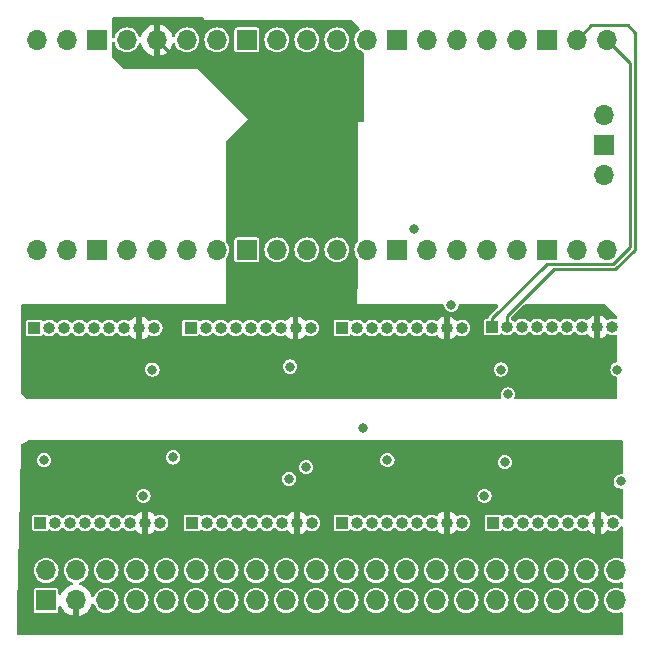
<source format=gbr>
%TF.GenerationSoftware,KiCad,Pcbnew,8.0.0*%
%TF.CreationDate,2024-03-20T20:27:36-04:00*%
%TF.ProjectId,level-shifted,6c657665-6c2d-4736-9869-667465642e6b,rev?*%
%TF.SameCoordinates,Original*%
%TF.FileFunction,Copper,L3,Inr*%
%TF.FilePolarity,Positive*%
%FSLAX46Y46*%
G04 Gerber Fmt 4.6, Leading zero omitted, Abs format (unit mm)*
G04 Created by KiCad (PCBNEW 8.0.0) date 2024-03-20 20:27:36*
%MOMM*%
%LPD*%
G01*
G04 APERTURE LIST*
%TA.AperFunction,ComponentPad*%
%ADD10R,1.000000X1.000000*%
%TD*%
%TA.AperFunction,ComponentPad*%
%ADD11O,1.000000X1.000000*%
%TD*%
%TA.AperFunction,ComponentPad*%
%ADD12R,1.700000X1.700000*%
%TD*%
%TA.AperFunction,ComponentPad*%
%ADD13O,1.700000X1.700000*%
%TD*%
%TA.AperFunction,ViaPad*%
%ADD14C,0.800000*%
%TD*%
%TA.AperFunction,Conductor*%
%ADD15C,0.250000*%
%TD*%
G04 APERTURE END LIST*
D10*
%TO.N,/LVA8*%
%TO.C,J109*%
X140880000Y-92500000D03*
D11*
%TO.N,/LVA9*%
X142150000Y-92500000D03*
%TO.N,/LVA10*%
X143420000Y-92500000D03*
%TO.N,/LVA11*%
X144690000Y-92500000D03*
%TO.N,/LVA12*%
X145960000Y-92500000D03*
%TO.N,/LVA13*%
X147230000Y-92500000D03*
%TO.N,/LVA14*%
X148500000Y-92500000D03*
%TO.N,3V3*%
X149770000Y-92500000D03*
%TO.N,/LVA15*%
X151040000Y-92500000D03*
%TD*%
D10*
%TO.N,/LVA0*%
%TO.C,J107*%
X127650000Y-92500000D03*
D11*
%TO.N,/LVA1*%
X128920000Y-92500000D03*
%TO.N,/LVA2*%
X130190000Y-92500000D03*
%TO.N,/LVA3*%
X131460000Y-92500000D03*
%TO.N,/LVA4*%
X132730000Y-92500000D03*
%TO.N,/LVA5*%
X134000000Y-92500000D03*
%TO.N,/LVA6*%
X135270000Y-92500000D03*
%TO.N,3V3*%
X136540000Y-92500000D03*
%TO.N,/LVA7*%
X137810000Y-92500000D03*
%TD*%
D10*
%TO.N,/HVA0*%
%TO.C,J103*%
X128150000Y-109000000D03*
D11*
%TO.N,/HVA1*%
X129420000Y-109000000D03*
%TO.N,/HVA2*%
X130690000Y-109000000D03*
%TO.N,/HVA3*%
X131960000Y-109000000D03*
%TO.N,/HVA4*%
X133230000Y-109000000D03*
%TO.N,/HVA5*%
X134500000Y-109000000D03*
%TO.N,/HVA6*%
X135770000Y-109000000D03*
%TO.N,5V*%
X137040000Y-109000000D03*
%TO.N,/HVA7*%
X138310000Y-109000000D03*
%TD*%
D10*
%TO.N,unconnected-(J110-Pin_1-Pad1)*%
%TO.C,J110*%
X153690000Y-92500000D03*
D11*
%TO.N,unconnected-(J110-Pin_2-Pad2)*%
X154960000Y-92500000D03*
%TO.N,unconnected-(J110-Pin_3-Pad3)*%
X156230000Y-92500000D03*
%TO.N,unconnected-(J110-Pin_4-Pad4)*%
X157500000Y-92500000D03*
%TO.N,unconnected-(J110-Pin_5-Pad5)*%
X158770000Y-92500000D03*
%TO.N,LVRW*%
X160040000Y-92500000D03*
%TO.N,LVDEN*%
X161310000Y-92500000D03*
%TO.N,3V3*%
X162580000Y-92500000D03*
%TO.N,LVPHI2*%
X163850000Y-92500000D03*
%TD*%
D10*
%TO.N,LVD0*%
%TO.C,J106*%
X166425000Y-92415000D03*
D11*
%TO.N,LVD1*%
X167695000Y-92415000D03*
%TO.N,LVD2*%
X168965000Y-92415000D03*
%TO.N,LVD3*%
X170235000Y-92415000D03*
%TO.N,LVD4*%
X171505000Y-92415000D03*
%TO.N,LVD5*%
X172775000Y-92415000D03*
%TO.N,LVD6*%
X174045000Y-92415000D03*
%TO.N,3V3*%
X175315000Y-92415000D03*
%TO.N,LVD7*%
X176585000Y-92415000D03*
%TD*%
D12*
%TO.N,GND*%
%TO.C,J104*%
X128650000Y-115570000D03*
D13*
X128650000Y-113030000D03*
%TO.N,5V*%
X131190000Y-115570000D03*
%TO.N,unconnected-(J104-~{RESET}-Pad4)*%
X131190000Y-113030000D03*
%TO.N,/HVA0*%
X133730000Y-115570000D03*
%TO.N,/HVA1*%
X133730000Y-113030000D03*
%TO.N,/HVA2*%
X136270000Y-115570000D03*
%TO.N,/HVA3*%
X136270000Y-113030000D03*
%TO.N,/HVA4*%
X138810000Y-115570000D03*
%TO.N,/HVA5*%
X138810000Y-113030000D03*
%TO.N,/HVA6*%
X141350000Y-115570000D03*
%TO.N,/HVA7*%
X141350000Y-113030000D03*
%TO.N,/HVA8*%
X143890000Y-115570000D03*
%TO.N,/HVA9*%
X143890000Y-113030000D03*
%TO.N,/HVA10*%
X146430000Y-115570000D03*
%TO.N,/HVA11*%
X146430000Y-113030000D03*
%TO.N,/HVA12*%
X148970000Y-115570000D03*
%TO.N,/HVA13*%
X148970000Y-113030000D03*
%TO.N,/HVA14*%
X151510000Y-115570000D03*
%TO.N,/HVA15*%
X151510000Y-113030000D03*
%TO.N,HVRW*%
X154050000Y-115570000D03*
%TO.N,HVPHI2*%
X154050000Y-113030000D03*
%TO.N,HVD0*%
X156590000Y-115570000D03*
%TO.N,HVD1*%
X156590000Y-113030000D03*
%TO.N,HVD2*%
X159130000Y-115570000D03*
%TO.N,HVD3*%
X159130000Y-113030000D03*
%TO.N,HVD4*%
X161670000Y-115570000D03*
%TO.N,HVD5*%
X161670000Y-113030000D03*
%TO.N,HVD6*%
X164210000Y-115570000D03*
%TO.N,HVD7*%
X164210000Y-113030000D03*
%TO.N,unconnected-(J104-SYNC-Pad31)*%
X166750000Y-115570000D03*
%TO.N,unconnected-(J104-RDY-Pad32)*%
X166750000Y-113030000D03*
%TO.N,unconnected-(J104-NMI-Pad33)*%
X169290000Y-115570000D03*
%TO.N,unconnected-(J104-TAPE-Pad34)*%
X169290000Y-113030000D03*
%TO.N,HVDEN*%
X171830000Y-115570000D03*
%TO.N,unconnected-(J104-SST-Pad36)*%
X171830000Y-113030000D03*
%TO.N,unconnected-(J104-IO3-Pad37)*%
X174370000Y-115570000D03*
%TO.N,unconnected-(J104-PB7-Pad38)*%
X174370000Y-113030000D03*
%TO.N,unconnected-(J104-PH1-Pad39)*%
X176910000Y-115570000D03*
%TO.N,unconnected-(J104-IRQ-Pad40)*%
X176910000Y-113030000D03*
%TD*%
D10*
%TO.N,HVD0*%
%TO.C,J101*%
X166500000Y-109000000D03*
D11*
%TO.N,HVD1*%
X167770000Y-109000000D03*
%TO.N,HVD2*%
X169040000Y-109000000D03*
%TO.N,HVD3*%
X170310000Y-109000000D03*
%TO.N,HVD4*%
X171580000Y-109000000D03*
%TO.N,HVD5*%
X172850000Y-109000000D03*
%TO.N,HVD6*%
X174120000Y-109000000D03*
%TO.N,5V*%
X175390000Y-109000000D03*
%TO.N,HVD7*%
X176660000Y-109000000D03*
%TD*%
D10*
%TO.N,/HVA8*%
%TO.C,J105*%
X141000000Y-109000000D03*
D11*
%TO.N,/HVA9*%
X142270000Y-109000000D03*
%TO.N,/HVA10*%
X143540000Y-109000000D03*
%TO.N,/HVA11*%
X144810000Y-109000000D03*
%TO.N,/HVA12*%
X146080000Y-109000000D03*
%TO.N,/HVA13*%
X147350000Y-109000000D03*
%TO.N,/HVA14*%
X148620000Y-109000000D03*
%TO.N,5V*%
X149890000Y-109000000D03*
%TO.N,/HVA15*%
X151160000Y-109000000D03*
%TD*%
D10*
%TO.N,unconnected-(J102-Pin_1-Pad1)*%
%TO.C,J102*%
X153690000Y-109000000D03*
D11*
%TO.N,unconnected-(J102-Pin_2-Pad2)*%
X154960000Y-109000000D03*
%TO.N,unconnected-(J102-Pin_3-Pad3)*%
X156230000Y-109000000D03*
%TO.N,unconnected-(J102-Pin_4-Pad4)*%
X157500000Y-109000000D03*
%TO.N,unconnected-(J102-Pin_5-Pad5)*%
X158770000Y-109000000D03*
%TO.N,HVRW*%
X160040000Y-109000000D03*
%TO.N,HVDEN*%
X161310000Y-109000000D03*
%TO.N,5V*%
X162580000Y-109000000D03*
%TO.N,HVPHI2*%
X163850000Y-109000000D03*
%TD*%
D13*
%TO.N,/LVA0*%
%TO.C,U104*%
X127870000Y-85890000D03*
%TO.N,/LVA1*%
X130410000Y-85890000D03*
D12*
%TO.N,GND*%
X132950000Y-85890000D03*
D13*
%TO.N,/LVA2*%
X135490000Y-85890000D03*
%TO.N,/LVA3*%
X138030000Y-85890000D03*
%TO.N,/LVA4*%
X140570000Y-85890000D03*
%TO.N,/LVA5*%
X143110000Y-85890000D03*
D12*
%TO.N,GND*%
X145650000Y-85890000D03*
D13*
%TO.N,/LVA6*%
X148190000Y-85890000D03*
%TO.N,/LVA7*%
X150730000Y-85890000D03*
%TO.N,/LVA8*%
X153270000Y-85890000D03*
%TO.N,/LVA9*%
X155810000Y-85890000D03*
D12*
%TO.N,GND*%
X158350000Y-85890000D03*
D13*
%TO.N,/LVA10*%
X160890000Y-85890000D03*
%TO.N,/LVA11*%
X163430000Y-85890000D03*
%TO.N,/LVA12*%
X165970000Y-85890000D03*
%TO.N,/LVA13*%
X168510000Y-85890000D03*
D12*
%TO.N,GND*%
X171050000Y-85890000D03*
D13*
%TO.N,/LVA14*%
X173590000Y-85890000D03*
%TO.N,/LVA15*%
X176130000Y-85890000D03*
%TO.N,LVD0*%
X176130000Y-68110000D03*
%TO.N,LVD1*%
X173590000Y-68110000D03*
D12*
%TO.N,GND*%
X171050000Y-68110000D03*
D13*
%TO.N,LVD2*%
X168510000Y-68110000D03*
%TO.N,LVD3*%
X165970000Y-68110000D03*
%TO.N,LVD4*%
X163430000Y-68110000D03*
%TO.N,LVD5*%
X160890000Y-68110000D03*
D12*
%TO.N,GND*%
X158350000Y-68110000D03*
D13*
%TO.N,LVD6*%
X155810000Y-68110000D03*
%TO.N,Net-(SW101-A)*%
X153270000Y-68110000D03*
%TO.N,LVD7*%
X150730000Y-68110000D03*
%TO.N,LVRW*%
X148190000Y-68110000D03*
D12*
%TO.N,GND*%
X145650000Y-68110000D03*
D13*
%TO.N,/DEN*%
X143110000Y-68110000D03*
%TO.N,unconnected-(U104-ADC_VREF-Pad35)*%
X140570000Y-68110000D03*
%TO.N,3V3*%
X138030000Y-68110000D03*
%TO.N,unconnected-(U104-3V3_EN-Pad37)*%
X135490000Y-68110000D03*
D12*
%TO.N,unconnected-(U104-GND-Pad38)_0*%
X132950000Y-68110000D03*
D13*
%TO.N,Net-(D102-K)*%
X130410000Y-68110000D03*
%TO.N,unconnected-(U104-VBUS-Pad40)_0*%
X127870000Y-68110000D03*
%TO.N,unconnected-(U104-SWCLK-Pad41)_0*%
X175900000Y-79540000D03*
D12*
%TO.N,GND*%
X175900000Y-77000000D03*
D13*
%TO.N,unconnected-(U104-SWDIO-Pad43)_0*%
X175900000Y-74460000D03*
%TD*%
D14*
%TO.N,GND*%
X149225004Y-105275000D03*
X155500000Y-101000000D03*
X167149996Y-96025000D03*
X167500000Y-103875000D03*
X177300001Y-105500001D03*
X137650000Y-96025000D03*
X139425000Y-103463000D03*
X149300000Y-95775000D03*
X177025000Y-96025000D03*
X128475000Y-103709000D03*
X165766000Y-106734008D03*
X157550000Y-103709000D03*
X136898221Y-106717800D03*
%TO.N,/DEN*%
X162966400Y-90525600D03*
X159766000Y-84124800D03*
X167735323Y-98131705D03*
%TO.N,Net-(D102-K)*%
X150672800Y-104292400D03*
%TO.N,3V3*%
X137972800Y-69900800D03*
X139425000Y-97738000D03*
X136347200Y-69646800D03*
X157350000Y-97975000D03*
X128350000Y-98025000D03*
X139395200Y-69494400D03*
%TO.N,5V*%
X156325000Y-103075000D03*
X131114800Y-117602000D03*
X132537200Y-117500400D03*
X153500000Y-104474996D03*
X129489200Y-117449600D03*
%TD*%
D15*
%TO.N,LVD1*%
X177886396Y-66875000D02*
X174825000Y-66875000D01*
X167695000Y-92415000D02*
X167695000Y-91480000D01*
X178500000Y-67488604D02*
X177886396Y-66875000D01*
X178500000Y-85861396D02*
X178500000Y-67488604D01*
X171660000Y-87515000D02*
X176846396Y-87515000D01*
%TO.N,LVD0*%
X166425000Y-91665000D02*
X166425000Y-92415000D01*
%TO.N,LVD1*%
X167695000Y-91480000D02*
X171660000Y-87515000D01*
%TO.N,LVD0*%
X176130000Y-68110000D02*
X178050000Y-70030000D01*
X178050000Y-85675000D02*
X176660000Y-87065000D01*
%TO.N,LVD1*%
X176846396Y-87515000D02*
X178500000Y-85861396D01*
%TO.N,LVD0*%
X176660000Y-87065000D02*
X171025000Y-87065000D01*
X171025000Y-87065000D02*
X166425000Y-91665000D01*
X178050000Y-70030000D02*
X178050000Y-85675000D01*
%TO.N,LVD1*%
X174825000Y-66875000D02*
X173590000Y-68110000D01*
%TO.N,3V3*%
X138030000Y-68129200D02*
X139395200Y-69494400D01*
X138030000Y-68110000D02*
X138030000Y-68129200D01*
%TD*%
%TA.AperFunction,Conductor*%
%TO.N,3V3*%
G36*
X143865600Y-91490800D02*
G01*
X154787600Y-91490800D01*
X154940000Y-91338400D01*
X154940000Y-90500000D01*
X162248603Y-90500000D01*
X162315642Y-90519685D01*
X162361397Y-90572489D01*
X162371542Y-90607815D01*
X162381355Y-90682360D01*
X162381356Y-90682362D01*
X162441864Y-90828441D01*
X162538118Y-90953882D01*
X162663559Y-91050136D01*
X162809638Y-91110644D01*
X162888019Y-91120963D01*
X162966399Y-91131282D01*
X162966400Y-91131282D01*
X162966401Y-91131282D01*
X163018654Y-91124402D01*
X163123162Y-91110644D01*
X163269241Y-91050136D01*
X163394682Y-90953882D01*
X163490936Y-90828441D01*
X163551444Y-90682362D01*
X163561258Y-90607814D01*
X163589524Y-90543918D01*
X163647849Y-90505447D01*
X163684197Y-90500000D01*
X166830311Y-90500000D01*
X166897350Y-90519685D01*
X166943105Y-90572489D01*
X166953049Y-90641647D01*
X166924024Y-90705203D01*
X166917992Y-90711681D01*
X166164537Y-91465135D01*
X166164533Y-91465141D01*
X166121681Y-91539361D01*
X166121682Y-91539362D01*
X166099500Y-91622147D01*
X166099500Y-91622148D01*
X166099381Y-91622593D01*
X166063017Y-91682253D01*
X166000170Y-91712783D01*
X165979606Y-91714500D01*
X165905247Y-91714500D01*
X165846770Y-91726131D01*
X165846769Y-91726132D01*
X165780447Y-91770447D01*
X165736132Y-91836769D01*
X165736131Y-91836770D01*
X165724500Y-91895247D01*
X165724500Y-92934752D01*
X165736131Y-92993229D01*
X165736132Y-92993230D01*
X165780447Y-93059552D01*
X165846769Y-93103867D01*
X165846770Y-93103868D01*
X165905247Y-93115499D01*
X165905250Y-93115500D01*
X165905252Y-93115500D01*
X166944750Y-93115500D01*
X166944751Y-93115499D01*
X166959568Y-93112552D01*
X167003229Y-93103868D01*
X167003229Y-93103867D01*
X167003231Y-93103867D01*
X167069552Y-93059552D01*
X167100899Y-93012638D01*
X167154508Y-92967836D01*
X167223833Y-92959127D01*
X167286225Y-92988715D01*
X167294148Y-92995734D01*
X167444775Y-93074790D01*
X167609944Y-93115500D01*
X167780056Y-93115500D01*
X167945225Y-93074790D01*
X168063639Y-93012641D01*
X168095849Y-92995736D01*
X168095850Y-92995734D01*
X168095852Y-92995734D01*
X168223183Y-92882929D01*
X168227950Y-92876021D01*
X168282230Y-92832033D01*
X168351678Y-92824372D01*
X168414244Y-92855473D01*
X168432046Y-92876017D01*
X168436817Y-92882929D01*
X168501771Y-92940473D01*
X168564150Y-92995736D01*
X168711355Y-93072995D01*
X168714775Y-93074790D01*
X168879944Y-93115500D01*
X169050056Y-93115500D01*
X169215225Y-93074790D01*
X169333639Y-93012641D01*
X169365849Y-92995736D01*
X169365850Y-92995734D01*
X169365852Y-92995734D01*
X169493183Y-92882929D01*
X169497950Y-92876021D01*
X169552230Y-92832033D01*
X169621678Y-92824372D01*
X169684244Y-92855473D01*
X169702046Y-92876017D01*
X169706817Y-92882929D01*
X169771771Y-92940473D01*
X169834150Y-92995736D01*
X169981355Y-93072995D01*
X169984775Y-93074790D01*
X170149944Y-93115500D01*
X170320056Y-93115500D01*
X170485225Y-93074790D01*
X170603639Y-93012641D01*
X170635849Y-92995736D01*
X170635850Y-92995734D01*
X170635852Y-92995734D01*
X170763183Y-92882929D01*
X170767950Y-92876021D01*
X170822230Y-92832033D01*
X170891678Y-92824372D01*
X170954244Y-92855473D01*
X170972046Y-92876017D01*
X170976817Y-92882929D01*
X171041771Y-92940473D01*
X171104150Y-92995736D01*
X171251355Y-93072995D01*
X171254775Y-93074790D01*
X171419944Y-93115500D01*
X171590056Y-93115500D01*
X171755225Y-93074790D01*
X171873639Y-93012641D01*
X171905849Y-92995736D01*
X171905850Y-92995734D01*
X171905852Y-92995734D01*
X172033183Y-92882929D01*
X172037950Y-92876021D01*
X172092230Y-92832033D01*
X172161678Y-92824372D01*
X172224244Y-92855473D01*
X172242046Y-92876017D01*
X172246817Y-92882929D01*
X172311771Y-92940473D01*
X172374150Y-92995736D01*
X172521355Y-93072995D01*
X172524775Y-93074790D01*
X172689944Y-93115500D01*
X172860056Y-93115500D01*
X173025225Y-93074790D01*
X173143639Y-93012641D01*
X173175849Y-92995736D01*
X173175850Y-92995734D01*
X173175852Y-92995734D01*
X173303183Y-92882929D01*
X173307950Y-92876021D01*
X173362230Y-92832033D01*
X173431678Y-92824372D01*
X173494244Y-92855473D01*
X173512046Y-92876017D01*
X173516817Y-92882929D01*
X173581771Y-92940473D01*
X173644150Y-92995736D01*
X173791355Y-93072995D01*
X173794775Y-93074790D01*
X173959944Y-93115500D01*
X174130056Y-93115500D01*
X174295225Y-93074790D01*
X174392852Y-93023550D01*
X174461358Y-93009825D01*
X174526412Y-93035317D01*
X174546331Y-93054683D01*
X174604472Y-93125528D01*
X174756739Y-93250491D01*
X174930465Y-93343349D01*
X175065000Y-93384159D01*
X175065000Y-92624618D01*
X175115446Y-92675064D01*
X175189555Y-92717851D01*
X175272213Y-92740000D01*
X175357787Y-92740000D01*
X175440445Y-92717851D01*
X175514554Y-92675064D01*
X175565000Y-92624618D01*
X175565000Y-93384159D01*
X175699534Y-93343349D01*
X175873260Y-93250491D01*
X176025527Y-93125529D01*
X176083668Y-93054683D01*
X176141413Y-93015348D01*
X176211258Y-93013477D01*
X176237148Y-93023551D01*
X176296465Y-93054683D01*
X176334775Y-93074790D01*
X176499944Y-93115500D01*
X176670056Y-93115500D01*
X176842508Y-93072995D01*
X176843040Y-93075155D01*
X176901681Y-93070632D01*
X176963190Y-93103774D01*
X176997017Y-93164910D01*
X177000000Y-93191944D01*
X177000000Y-95313864D01*
X176980315Y-95380903D01*
X176927511Y-95426658D01*
X176892187Y-95436803D01*
X176868238Y-95439956D01*
X176868237Y-95439956D01*
X176722160Y-95500463D01*
X176596718Y-95596718D01*
X176500463Y-95722160D01*
X176439956Y-95868237D01*
X176439955Y-95868239D01*
X176419318Y-96024998D01*
X176419318Y-96025001D01*
X176439955Y-96181760D01*
X176439956Y-96181762D01*
X176500464Y-96327841D01*
X176596718Y-96453282D01*
X176722159Y-96549536D01*
X176868238Y-96610044D01*
X176892184Y-96613196D01*
X176956080Y-96641461D01*
X176994552Y-96699785D01*
X177000000Y-96736135D01*
X177000000Y-98376000D01*
X176980315Y-98443039D01*
X176927511Y-98488794D01*
X176876000Y-98500000D01*
X168418326Y-98500000D01*
X168351287Y-98480315D01*
X168305532Y-98427511D01*
X168295588Y-98358353D01*
X168303765Y-98328547D01*
X168320367Y-98288467D01*
X168341005Y-98131705D01*
X168320367Y-97974943D01*
X168259859Y-97828864D01*
X168163605Y-97703423D01*
X168038164Y-97607169D01*
X167892085Y-97546661D01*
X167892083Y-97546660D01*
X167735324Y-97526023D01*
X167735322Y-97526023D01*
X167578562Y-97546660D01*
X167578560Y-97546661D01*
X167432483Y-97607168D01*
X167307041Y-97703423D01*
X167210786Y-97828865D01*
X167150279Y-97974942D01*
X167150278Y-97974944D01*
X167129641Y-98131703D01*
X167129641Y-98131706D01*
X167150278Y-98288465D01*
X167150279Y-98288467D01*
X167166881Y-98328547D01*
X167174350Y-98398017D01*
X167143075Y-98460496D01*
X167082986Y-98496148D01*
X167052320Y-98500000D01*
X127051362Y-98500000D01*
X126984323Y-98480315D01*
X126963681Y-98463681D01*
X126536319Y-98036319D01*
X126502834Y-97974996D01*
X126500000Y-97948638D01*
X126500000Y-96025001D01*
X137044318Y-96025001D01*
X137064955Y-96181760D01*
X137064956Y-96181762D01*
X137125464Y-96327841D01*
X137221718Y-96453282D01*
X137347159Y-96549536D01*
X137493238Y-96610044D01*
X137571619Y-96620363D01*
X137649999Y-96630682D01*
X137650000Y-96630682D01*
X137650001Y-96630682D01*
X137702254Y-96623802D01*
X137806762Y-96610044D01*
X137952841Y-96549536D01*
X138078282Y-96453282D01*
X138174536Y-96327841D01*
X138235044Y-96181762D01*
X138255682Y-96025000D01*
X138235044Y-95868238D01*
X138196424Y-95775001D01*
X148694318Y-95775001D01*
X148714955Y-95931760D01*
X148714956Y-95931762D01*
X148753576Y-96025000D01*
X148775464Y-96077841D01*
X148871718Y-96203282D01*
X148997159Y-96299536D01*
X149143238Y-96360044D01*
X149221619Y-96370363D01*
X149299999Y-96380682D01*
X149300000Y-96380682D01*
X149300001Y-96380682D01*
X149352254Y-96373802D01*
X149456762Y-96360044D01*
X149602841Y-96299536D01*
X149728282Y-96203282D01*
X149824536Y-96077841D01*
X149846423Y-96025001D01*
X166544314Y-96025001D01*
X166564951Y-96181760D01*
X166564952Y-96181762D01*
X166625460Y-96327841D01*
X166721714Y-96453282D01*
X166847155Y-96549536D01*
X166993234Y-96610044D01*
X167071615Y-96620363D01*
X167149995Y-96630682D01*
X167149996Y-96630682D01*
X167149997Y-96630682D01*
X167202250Y-96623802D01*
X167306758Y-96610044D01*
X167452837Y-96549536D01*
X167578278Y-96453282D01*
X167674532Y-96327841D01*
X167735040Y-96181762D01*
X167755678Y-96025000D01*
X167735040Y-95868238D01*
X167674532Y-95722159D01*
X167578278Y-95596718D01*
X167452837Y-95500464D01*
X167306758Y-95439956D01*
X167306756Y-95439955D01*
X167149997Y-95419318D01*
X167149995Y-95419318D01*
X166993235Y-95439955D01*
X166993233Y-95439956D01*
X166847156Y-95500463D01*
X166721714Y-95596718D01*
X166625459Y-95722160D01*
X166564952Y-95868237D01*
X166564951Y-95868239D01*
X166544314Y-96024998D01*
X166544314Y-96025001D01*
X149846423Y-96025001D01*
X149885044Y-95931762D01*
X149905682Y-95775000D01*
X149898725Y-95722159D01*
X149885044Y-95618239D01*
X149885044Y-95618238D01*
X149824536Y-95472159D01*
X149728282Y-95346718D01*
X149602841Y-95250464D01*
X149456762Y-95189956D01*
X149456760Y-95189955D01*
X149300001Y-95169318D01*
X149299999Y-95169318D01*
X149143239Y-95189955D01*
X149143237Y-95189956D01*
X148997160Y-95250463D01*
X148871718Y-95346718D01*
X148775463Y-95472160D01*
X148714956Y-95618237D01*
X148714955Y-95618239D01*
X148694318Y-95774998D01*
X148694318Y-95775001D01*
X138196424Y-95775001D01*
X138174536Y-95722159D01*
X138078282Y-95596718D01*
X137952841Y-95500464D01*
X137806762Y-95439956D01*
X137806760Y-95439955D01*
X137650001Y-95419318D01*
X137649999Y-95419318D01*
X137493239Y-95439955D01*
X137493237Y-95439956D01*
X137347160Y-95500463D01*
X137221718Y-95596718D01*
X137125463Y-95722160D01*
X137064956Y-95868237D01*
X137064955Y-95868239D01*
X137044318Y-96024998D01*
X137044318Y-96025001D01*
X126500000Y-96025001D01*
X126500000Y-93019752D01*
X126949500Y-93019752D01*
X126961131Y-93078229D01*
X126961132Y-93078230D01*
X127005447Y-93144552D01*
X127071769Y-93188867D01*
X127071770Y-93188868D01*
X127130247Y-93200499D01*
X127130250Y-93200500D01*
X127130252Y-93200500D01*
X128169750Y-93200500D01*
X128169751Y-93200499D01*
X128184568Y-93197552D01*
X128228229Y-93188868D01*
X128228229Y-93188867D01*
X128228231Y-93188867D01*
X128294552Y-93144552D01*
X128325899Y-93097638D01*
X128379508Y-93052836D01*
X128448833Y-93044127D01*
X128511225Y-93073715D01*
X128519148Y-93080734D01*
X128669775Y-93159790D01*
X128834944Y-93200500D01*
X129005056Y-93200500D01*
X129170225Y-93159790D01*
X129267852Y-93108551D01*
X129320849Y-93080736D01*
X129320850Y-93080734D01*
X129320852Y-93080734D01*
X129448183Y-92967929D01*
X129452950Y-92961021D01*
X129507230Y-92917033D01*
X129576678Y-92909372D01*
X129639244Y-92940473D01*
X129657046Y-92961017D01*
X129661817Y-92967929D01*
X129737883Y-93035317D01*
X129789150Y-93080736D01*
X129939773Y-93159789D01*
X129939775Y-93159790D01*
X130104944Y-93200500D01*
X130275056Y-93200500D01*
X130440225Y-93159790D01*
X130537852Y-93108551D01*
X130590849Y-93080736D01*
X130590850Y-93080734D01*
X130590852Y-93080734D01*
X130718183Y-92967929D01*
X130722950Y-92961021D01*
X130777230Y-92917033D01*
X130846678Y-92909372D01*
X130909244Y-92940473D01*
X130927046Y-92961017D01*
X130931817Y-92967929D01*
X131007883Y-93035317D01*
X131059150Y-93080736D01*
X131209773Y-93159789D01*
X131209775Y-93159790D01*
X131374944Y-93200500D01*
X131545056Y-93200500D01*
X131710225Y-93159790D01*
X131807852Y-93108551D01*
X131860849Y-93080736D01*
X131860850Y-93080734D01*
X131860852Y-93080734D01*
X131988183Y-92967929D01*
X131992950Y-92961021D01*
X132047230Y-92917033D01*
X132116678Y-92909372D01*
X132179244Y-92940473D01*
X132197046Y-92961017D01*
X132201817Y-92967929D01*
X132277883Y-93035317D01*
X132329150Y-93080736D01*
X132479773Y-93159789D01*
X132479775Y-93159790D01*
X132644944Y-93200500D01*
X132815056Y-93200500D01*
X132980225Y-93159790D01*
X133077852Y-93108551D01*
X133130849Y-93080736D01*
X133130850Y-93080734D01*
X133130852Y-93080734D01*
X133258183Y-92967929D01*
X133262950Y-92961021D01*
X133317230Y-92917033D01*
X133386678Y-92909372D01*
X133449244Y-92940473D01*
X133467046Y-92961017D01*
X133471817Y-92967929D01*
X133547883Y-93035317D01*
X133599150Y-93080736D01*
X133749773Y-93159789D01*
X133749775Y-93159790D01*
X133914944Y-93200500D01*
X134085056Y-93200500D01*
X134250225Y-93159790D01*
X134347852Y-93108551D01*
X134400849Y-93080736D01*
X134400850Y-93080734D01*
X134400852Y-93080734D01*
X134528183Y-92967929D01*
X134532950Y-92961021D01*
X134587230Y-92917033D01*
X134656678Y-92909372D01*
X134719244Y-92940473D01*
X134737046Y-92961017D01*
X134741817Y-92967929D01*
X134817883Y-93035317D01*
X134869150Y-93080736D01*
X135019773Y-93159789D01*
X135019775Y-93159790D01*
X135184944Y-93200500D01*
X135355056Y-93200500D01*
X135520225Y-93159790D01*
X135617852Y-93108550D01*
X135686358Y-93094825D01*
X135751412Y-93120317D01*
X135771331Y-93139683D01*
X135829472Y-93210528D01*
X135981739Y-93335491D01*
X136155465Y-93428349D01*
X136290000Y-93469159D01*
X136290000Y-92709618D01*
X136340446Y-92760064D01*
X136414555Y-92802851D01*
X136497213Y-92825000D01*
X136582787Y-92825000D01*
X136665445Y-92802851D01*
X136739554Y-92760064D01*
X136790000Y-92709618D01*
X136790000Y-93469159D01*
X136924534Y-93428349D01*
X137098260Y-93335491D01*
X137250527Y-93210529D01*
X137308668Y-93139683D01*
X137366413Y-93100348D01*
X137436258Y-93098477D01*
X137462149Y-93108551D01*
X137559775Y-93159790D01*
X137724944Y-93200500D01*
X137895056Y-93200500D01*
X138060225Y-93159790D01*
X138157852Y-93108551D01*
X138210849Y-93080736D01*
X138210850Y-93080734D01*
X138210852Y-93080734D01*
X138279687Y-93019752D01*
X140179500Y-93019752D01*
X140191131Y-93078229D01*
X140191132Y-93078230D01*
X140235447Y-93144552D01*
X140301769Y-93188867D01*
X140301770Y-93188868D01*
X140360247Y-93200499D01*
X140360250Y-93200500D01*
X140360252Y-93200500D01*
X141399750Y-93200500D01*
X141399751Y-93200499D01*
X141414568Y-93197552D01*
X141458229Y-93188868D01*
X141458229Y-93188867D01*
X141458231Y-93188867D01*
X141524552Y-93144552D01*
X141555899Y-93097638D01*
X141609508Y-93052836D01*
X141678833Y-93044127D01*
X141741225Y-93073715D01*
X141749148Y-93080734D01*
X141899775Y-93159790D01*
X142064944Y-93200500D01*
X142235056Y-93200500D01*
X142400225Y-93159790D01*
X142497852Y-93108551D01*
X142550849Y-93080736D01*
X142550850Y-93080734D01*
X142550852Y-93080734D01*
X142678183Y-92967929D01*
X142682950Y-92961021D01*
X142737230Y-92917033D01*
X142806678Y-92909372D01*
X142869244Y-92940473D01*
X142887046Y-92961017D01*
X142891817Y-92967929D01*
X142967883Y-93035317D01*
X143019150Y-93080736D01*
X143169773Y-93159789D01*
X143169775Y-93159790D01*
X143334944Y-93200500D01*
X143505056Y-93200500D01*
X143670225Y-93159790D01*
X143767852Y-93108551D01*
X143820849Y-93080736D01*
X143820850Y-93080734D01*
X143820852Y-93080734D01*
X143948183Y-92967929D01*
X143952950Y-92961021D01*
X144007230Y-92917033D01*
X144076678Y-92909372D01*
X144139244Y-92940473D01*
X144157046Y-92961017D01*
X144161817Y-92967929D01*
X144237883Y-93035317D01*
X144289150Y-93080736D01*
X144439773Y-93159789D01*
X144439775Y-93159790D01*
X144604944Y-93200500D01*
X144775056Y-93200500D01*
X144940225Y-93159790D01*
X145037852Y-93108551D01*
X145090849Y-93080736D01*
X145090850Y-93080734D01*
X145090852Y-93080734D01*
X145218183Y-92967929D01*
X145222950Y-92961021D01*
X145277230Y-92917033D01*
X145346678Y-92909372D01*
X145409244Y-92940473D01*
X145427046Y-92961017D01*
X145431817Y-92967929D01*
X145507883Y-93035317D01*
X145559150Y-93080736D01*
X145709773Y-93159789D01*
X145709775Y-93159790D01*
X145874944Y-93200500D01*
X146045056Y-93200500D01*
X146210225Y-93159790D01*
X146307852Y-93108551D01*
X146360849Y-93080736D01*
X146360850Y-93080734D01*
X146360852Y-93080734D01*
X146488183Y-92967929D01*
X146492950Y-92961021D01*
X146547230Y-92917033D01*
X146616678Y-92909372D01*
X146679244Y-92940473D01*
X146697046Y-92961017D01*
X146701817Y-92967929D01*
X146777883Y-93035317D01*
X146829150Y-93080736D01*
X146979773Y-93159789D01*
X146979775Y-93159790D01*
X147144944Y-93200500D01*
X147315056Y-93200500D01*
X147480225Y-93159790D01*
X147577852Y-93108551D01*
X147630849Y-93080736D01*
X147630850Y-93080734D01*
X147630852Y-93080734D01*
X147758183Y-92967929D01*
X147762950Y-92961021D01*
X147817230Y-92917033D01*
X147886678Y-92909372D01*
X147949244Y-92940473D01*
X147967046Y-92961017D01*
X147971817Y-92967929D01*
X148047883Y-93035317D01*
X148099150Y-93080736D01*
X148249773Y-93159789D01*
X148249775Y-93159790D01*
X148414944Y-93200500D01*
X148585056Y-93200500D01*
X148750225Y-93159790D01*
X148847852Y-93108550D01*
X148916358Y-93094825D01*
X148981412Y-93120317D01*
X149001331Y-93139683D01*
X149059472Y-93210528D01*
X149211739Y-93335491D01*
X149385465Y-93428349D01*
X149520000Y-93469159D01*
X149520000Y-92709618D01*
X149570446Y-92760064D01*
X149644555Y-92802851D01*
X149727213Y-92825000D01*
X149812787Y-92825000D01*
X149895445Y-92802851D01*
X149969554Y-92760064D01*
X150020000Y-92709618D01*
X150020000Y-93469159D01*
X150154534Y-93428349D01*
X150328260Y-93335491D01*
X150480527Y-93210529D01*
X150538668Y-93139683D01*
X150596413Y-93100348D01*
X150666258Y-93098477D01*
X150692149Y-93108551D01*
X150789775Y-93159790D01*
X150954944Y-93200500D01*
X151125056Y-93200500D01*
X151290225Y-93159790D01*
X151387852Y-93108551D01*
X151440849Y-93080736D01*
X151440850Y-93080734D01*
X151440852Y-93080734D01*
X151509687Y-93019752D01*
X152989500Y-93019752D01*
X153001131Y-93078229D01*
X153001132Y-93078230D01*
X153045447Y-93144552D01*
X153111769Y-93188867D01*
X153111770Y-93188868D01*
X153170247Y-93200499D01*
X153170250Y-93200500D01*
X153170252Y-93200500D01*
X154209750Y-93200500D01*
X154209751Y-93200499D01*
X154224568Y-93197552D01*
X154268229Y-93188868D01*
X154268229Y-93188867D01*
X154268231Y-93188867D01*
X154334552Y-93144552D01*
X154365899Y-93097638D01*
X154419508Y-93052836D01*
X154488833Y-93044127D01*
X154551225Y-93073715D01*
X154559148Y-93080734D01*
X154709775Y-93159790D01*
X154874944Y-93200500D01*
X155045056Y-93200500D01*
X155210225Y-93159790D01*
X155307852Y-93108551D01*
X155360849Y-93080736D01*
X155360850Y-93080734D01*
X155360852Y-93080734D01*
X155488183Y-92967929D01*
X155492950Y-92961021D01*
X155547230Y-92917033D01*
X155616678Y-92909372D01*
X155679244Y-92940473D01*
X155697046Y-92961017D01*
X155701817Y-92967929D01*
X155777883Y-93035317D01*
X155829150Y-93080736D01*
X155979773Y-93159789D01*
X155979775Y-93159790D01*
X156144944Y-93200500D01*
X156315056Y-93200500D01*
X156480225Y-93159790D01*
X156577852Y-93108551D01*
X156630849Y-93080736D01*
X156630850Y-93080734D01*
X156630852Y-93080734D01*
X156758183Y-92967929D01*
X156762950Y-92961021D01*
X156817230Y-92917033D01*
X156886678Y-92909372D01*
X156949244Y-92940473D01*
X156967046Y-92961017D01*
X156971817Y-92967929D01*
X157047883Y-93035317D01*
X157099150Y-93080736D01*
X157249773Y-93159789D01*
X157249775Y-93159790D01*
X157414944Y-93200500D01*
X157585056Y-93200500D01*
X157750225Y-93159790D01*
X157847852Y-93108551D01*
X157900849Y-93080736D01*
X157900850Y-93080734D01*
X157900852Y-93080734D01*
X158028183Y-92967929D01*
X158032950Y-92961021D01*
X158087230Y-92917033D01*
X158156678Y-92909372D01*
X158219244Y-92940473D01*
X158237046Y-92961017D01*
X158241817Y-92967929D01*
X158317883Y-93035317D01*
X158369150Y-93080736D01*
X158519773Y-93159789D01*
X158519775Y-93159790D01*
X158684944Y-93200500D01*
X158855056Y-93200500D01*
X159020225Y-93159790D01*
X159117852Y-93108551D01*
X159170849Y-93080736D01*
X159170850Y-93080734D01*
X159170852Y-93080734D01*
X159298183Y-92967929D01*
X159302950Y-92961021D01*
X159357230Y-92917033D01*
X159426678Y-92909372D01*
X159489244Y-92940473D01*
X159507046Y-92961017D01*
X159511817Y-92967929D01*
X159587883Y-93035317D01*
X159639150Y-93080736D01*
X159789773Y-93159789D01*
X159789775Y-93159790D01*
X159954944Y-93200500D01*
X160125056Y-93200500D01*
X160290225Y-93159790D01*
X160387852Y-93108551D01*
X160440849Y-93080736D01*
X160440850Y-93080734D01*
X160440852Y-93080734D01*
X160568183Y-92967929D01*
X160572950Y-92961021D01*
X160627230Y-92917033D01*
X160696678Y-92909372D01*
X160759244Y-92940473D01*
X160777046Y-92961017D01*
X160781817Y-92967929D01*
X160857883Y-93035317D01*
X160909150Y-93080736D01*
X161059773Y-93159789D01*
X161059775Y-93159790D01*
X161224944Y-93200500D01*
X161395056Y-93200500D01*
X161560225Y-93159790D01*
X161657852Y-93108550D01*
X161726358Y-93094825D01*
X161791412Y-93120317D01*
X161811331Y-93139683D01*
X161869472Y-93210528D01*
X162021739Y-93335491D01*
X162195465Y-93428349D01*
X162330000Y-93469159D01*
X162330000Y-92709618D01*
X162380446Y-92760064D01*
X162454555Y-92802851D01*
X162537213Y-92825000D01*
X162622787Y-92825000D01*
X162705445Y-92802851D01*
X162779554Y-92760064D01*
X162830000Y-92709618D01*
X162830000Y-93469159D01*
X162964534Y-93428349D01*
X163138260Y-93335491D01*
X163290527Y-93210529D01*
X163348668Y-93139683D01*
X163406413Y-93100348D01*
X163476258Y-93098477D01*
X163502149Y-93108551D01*
X163599775Y-93159790D01*
X163764944Y-93200500D01*
X163935056Y-93200500D01*
X164100225Y-93159790D01*
X164197852Y-93108551D01*
X164250849Y-93080736D01*
X164250850Y-93080734D01*
X164250852Y-93080734D01*
X164378183Y-92967929D01*
X164474818Y-92827930D01*
X164535140Y-92668872D01*
X164555645Y-92500000D01*
X164535140Y-92331128D01*
X164474818Y-92172070D01*
X164378183Y-92032071D01*
X164258776Y-91926286D01*
X164250849Y-91919263D01*
X164100226Y-91840210D01*
X163935056Y-91799500D01*
X163764944Y-91799500D01*
X163599773Y-91840210D01*
X163502149Y-91891448D01*
X163433641Y-91905174D01*
X163368587Y-91879682D01*
X163348670Y-91860317D01*
X163290528Y-91789471D01*
X163138260Y-91664507D01*
X163138253Y-91664503D01*
X162964541Y-91571652D01*
X162830000Y-91530839D01*
X162830000Y-92290382D01*
X162779554Y-92239936D01*
X162705445Y-92197149D01*
X162622787Y-92175000D01*
X162537213Y-92175000D01*
X162454555Y-92197149D01*
X162380446Y-92239936D01*
X162330000Y-92290382D01*
X162330000Y-91530839D01*
X162195458Y-91571652D01*
X162021746Y-91664503D01*
X162021739Y-91664507D01*
X161869471Y-91789471D01*
X161811330Y-91860317D01*
X161753584Y-91899651D01*
X161683739Y-91901522D01*
X161657851Y-91891448D01*
X161560226Y-91840210D01*
X161395056Y-91799500D01*
X161224944Y-91799500D01*
X161059773Y-91840210D01*
X160909150Y-91919263D01*
X160781815Y-92032072D01*
X160777049Y-92038978D01*
X160722766Y-92082968D01*
X160653317Y-92090627D01*
X160590753Y-92059523D01*
X160572951Y-92038978D01*
X160568184Y-92032072D01*
X160440849Y-91919263D01*
X160290226Y-91840210D01*
X160125056Y-91799500D01*
X159954944Y-91799500D01*
X159789773Y-91840210D01*
X159639150Y-91919263D01*
X159511815Y-92032072D01*
X159507049Y-92038978D01*
X159452766Y-92082968D01*
X159383317Y-92090627D01*
X159320753Y-92059523D01*
X159302951Y-92038978D01*
X159298184Y-92032072D01*
X159170849Y-91919263D01*
X159020226Y-91840210D01*
X158855056Y-91799500D01*
X158684944Y-91799500D01*
X158519773Y-91840210D01*
X158369150Y-91919263D01*
X158241815Y-92032072D01*
X158237049Y-92038978D01*
X158182766Y-92082968D01*
X158113317Y-92090627D01*
X158050753Y-92059523D01*
X158032951Y-92038978D01*
X158028184Y-92032072D01*
X157900849Y-91919263D01*
X157750226Y-91840210D01*
X157585056Y-91799500D01*
X157414944Y-91799500D01*
X157249773Y-91840210D01*
X157099150Y-91919263D01*
X156971815Y-92032072D01*
X156967049Y-92038978D01*
X156912766Y-92082968D01*
X156843317Y-92090627D01*
X156780753Y-92059523D01*
X156762951Y-92038978D01*
X156758184Y-92032072D01*
X156630849Y-91919263D01*
X156480226Y-91840210D01*
X156315056Y-91799500D01*
X156144944Y-91799500D01*
X155979773Y-91840210D01*
X155829150Y-91919263D01*
X155701815Y-92032072D01*
X155697049Y-92038978D01*
X155642766Y-92082968D01*
X155573317Y-92090627D01*
X155510753Y-92059523D01*
X155492951Y-92038978D01*
X155488184Y-92032072D01*
X155360849Y-91919263D01*
X155210226Y-91840210D01*
X155045056Y-91799500D01*
X154874944Y-91799500D01*
X154709773Y-91840210D01*
X154559149Y-91919264D01*
X154559147Y-91919266D01*
X154551223Y-91926286D01*
X154487989Y-91956005D01*
X154418726Y-91946820D01*
X154365897Y-91902358D01*
X154334553Y-91855448D01*
X154268230Y-91811132D01*
X154268229Y-91811131D01*
X154209752Y-91799500D01*
X154209748Y-91799500D01*
X153170252Y-91799500D01*
X153170247Y-91799500D01*
X153111770Y-91811131D01*
X153111769Y-91811132D01*
X153045447Y-91855447D01*
X153001132Y-91921769D01*
X153001131Y-91921770D01*
X152989500Y-91980247D01*
X152989500Y-93019752D01*
X151509687Y-93019752D01*
X151568183Y-92967929D01*
X151664818Y-92827930D01*
X151725140Y-92668872D01*
X151745645Y-92500000D01*
X151725140Y-92331128D01*
X151664818Y-92172070D01*
X151568183Y-92032071D01*
X151448776Y-91926286D01*
X151440849Y-91919263D01*
X151290226Y-91840210D01*
X151125056Y-91799500D01*
X150954944Y-91799500D01*
X150789773Y-91840210D01*
X150692149Y-91891448D01*
X150623641Y-91905174D01*
X150558587Y-91879682D01*
X150538670Y-91860317D01*
X150480528Y-91789471D01*
X150328260Y-91664507D01*
X150328253Y-91664503D01*
X150154541Y-91571652D01*
X150020000Y-91530839D01*
X150020000Y-92290382D01*
X149969554Y-92239936D01*
X149895445Y-92197149D01*
X149812787Y-92175000D01*
X149727213Y-92175000D01*
X149644555Y-92197149D01*
X149570446Y-92239936D01*
X149520000Y-92290382D01*
X149520000Y-91530839D01*
X149385458Y-91571652D01*
X149211746Y-91664503D01*
X149211739Y-91664507D01*
X149059471Y-91789471D01*
X149001330Y-91860317D01*
X148943584Y-91899651D01*
X148873739Y-91901522D01*
X148847851Y-91891448D01*
X148750226Y-91840210D01*
X148585056Y-91799500D01*
X148414944Y-91799500D01*
X148249773Y-91840210D01*
X148099150Y-91919263D01*
X147971815Y-92032072D01*
X147967049Y-92038978D01*
X147912766Y-92082968D01*
X147843317Y-92090627D01*
X147780753Y-92059523D01*
X147762951Y-92038978D01*
X147758184Y-92032072D01*
X147630849Y-91919263D01*
X147480226Y-91840210D01*
X147315056Y-91799500D01*
X147144944Y-91799500D01*
X146979773Y-91840210D01*
X146829150Y-91919263D01*
X146701815Y-92032072D01*
X146697049Y-92038978D01*
X146642766Y-92082968D01*
X146573317Y-92090627D01*
X146510753Y-92059523D01*
X146492951Y-92038978D01*
X146488184Y-92032072D01*
X146360849Y-91919263D01*
X146210226Y-91840210D01*
X146045056Y-91799500D01*
X145874944Y-91799500D01*
X145709773Y-91840210D01*
X145559150Y-91919263D01*
X145431815Y-92032072D01*
X145427049Y-92038978D01*
X145372766Y-92082968D01*
X145303317Y-92090627D01*
X145240753Y-92059523D01*
X145222951Y-92038978D01*
X145218184Y-92032072D01*
X145090849Y-91919263D01*
X144940226Y-91840210D01*
X144775056Y-91799500D01*
X144604944Y-91799500D01*
X144439773Y-91840210D01*
X144289150Y-91919263D01*
X144161815Y-92032072D01*
X144157049Y-92038978D01*
X144102766Y-92082968D01*
X144033317Y-92090627D01*
X143970753Y-92059523D01*
X143952951Y-92038978D01*
X143948184Y-92032072D01*
X143820849Y-91919263D01*
X143670226Y-91840210D01*
X143505056Y-91799500D01*
X143334944Y-91799500D01*
X143169773Y-91840210D01*
X143019150Y-91919263D01*
X142891815Y-92032072D01*
X142887049Y-92038978D01*
X142832766Y-92082968D01*
X142763317Y-92090627D01*
X142700753Y-92059523D01*
X142682951Y-92038978D01*
X142678184Y-92032072D01*
X142550849Y-91919263D01*
X142400226Y-91840210D01*
X142235056Y-91799500D01*
X142064944Y-91799500D01*
X141899773Y-91840210D01*
X141749149Y-91919264D01*
X141749147Y-91919266D01*
X141741223Y-91926286D01*
X141677989Y-91956005D01*
X141608726Y-91946820D01*
X141555897Y-91902358D01*
X141524553Y-91855448D01*
X141458230Y-91811132D01*
X141458229Y-91811131D01*
X141399752Y-91799500D01*
X141399748Y-91799500D01*
X140360252Y-91799500D01*
X140360247Y-91799500D01*
X140301770Y-91811131D01*
X140301769Y-91811132D01*
X140235447Y-91855447D01*
X140191132Y-91921769D01*
X140191131Y-91921770D01*
X140179500Y-91980247D01*
X140179500Y-93019752D01*
X138279687Y-93019752D01*
X138338183Y-92967929D01*
X138434818Y-92827930D01*
X138495140Y-92668872D01*
X138515645Y-92500000D01*
X138495140Y-92331128D01*
X138434818Y-92172070D01*
X138338183Y-92032071D01*
X138218776Y-91926286D01*
X138210849Y-91919263D01*
X138060226Y-91840210D01*
X137895056Y-91799500D01*
X137724944Y-91799500D01*
X137559773Y-91840210D01*
X137462149Y-91891448D01*
X137393641Y-91905174D01*
X137328587Y-91879682D01*
X137308670Y-91860317D01*
X137250528Y-91789471D01*
X137098260Y-91664507D01*
X137098253Y-91664503D01*
X136924541Y-91571652D01*
X136790000Y-91530839D01*
X136790000Y-92290382D01*
X136739554Y-92239936D01*
X136665445Y-92197149D01*
X136582787Y-92175000D01*
X136497213Y-92175000D01*
X136414555Y-92197149D01*
X136340446Y-92239936D01*
X136290000Y-92290382D01*
X136290000Y-91530839D01*
X136289999Y-91530839D01*
X136155458Y-91571652D01*
X135981746Y-91664503D01*
X135981739Y-91664507D01*
X135829471Y-91789471D01*
X135771330Y-91860317D01*
X135713584Y-91899651D01*
X135643739Y-91901522D01*
X135617851Y-91891448D01*
X135520226Y-91840210D01*
X135355056Y-91799500D01*
X135184944Y-91799500D01*
X135019773Y-91840210D01*
X134869150Y-91919263D01*
X134741815Y-92032072D01*
X134737049Y-92038978D01*
X134682766Y-92082968D01*
X134613317Y-92090627D01*
X134550753Y-92059523D01*
X134532951Y-92038978D01*
X134528184Y-92032072D01*
X134400849Y-91919263D01*
X134250226Y-91840210D01*
X134085056Y-91799500D01*
X133914944Y-91799500D01*
X133749773Y-91840210D01*
X133599150Y-91919263D01*
X133471815Y-92032072D01*
X133467049Y-92038978D01*
X133412766Y-92082968D01*
X133343317Y-92090627D01*
X133280753Y-92059523D01*
X133262951Y-92038978D01*
X133258184Y-92032072D01*
X133130849Y-91919263D01*
X132980226Y-91840210D01*
X132815056Y-91799500D01*
X132644944Y-91799500D01*
X132479773Y-91840210D01*
X132329150Y-91919263D01*
X132201815Y-92032072D01*
X132197049Y-92038978D01*
X132142766Y-92082968D01*
X132073317Y-92090627D01*
X132010753Y-92059523D01*
X131992951Y-92038978D01*
X131988184Y-92032072D01*
X131860849Y-91919263D01*
X131710226Y-91840210D01*
X131545056Y-91799500D01*
X131374944Y-91799500D01*
X131209773Y-91840210D01*
X131059150Y-91919263D01*
X130931815Y-92032072D01*
X130927049Y-92038978D01*
X130872766Y-92082968D01*
X130803317Y-92090627D01*
X130740753Y-92059523D01*
X130722951Y-92038978D01*
X130718184Y-92032072D01*
X130590849Y-91919263D01*
X130440226Y-91840210D01*
X130275056Y-91799500D01*
X130104944Y-91799500D01*
X129939773Y-91840210D01*
X129789150Y-91919263D01*
X129661815Y-92032072D01*
X129657049Y-92038978D01*
X129602766Y-92082968D01*
X129533317Y-92090627D01*
X129470753Y-92059523D01*
X129452951Y-92038978D01*
X129448184Y-92032072D01*
X129320849Y-91919263D01*
X129170226Y-91840210D01*
X129005056Y-91799500D01*
X128834944Y-91799500D01*
X128669773Y-91840210D01*
X128519149Y-91919264D01*
X128519147Y-91919266D01*
X128511223Y-91926286D01*
X128447989Y-91956005D01*
X128378726Y-91946820D01*
X128325897Y-91902358D01*
X128294553Y-91855448D01*
X128228230Y-91811132D01*
X128228229Y-91811131D01*
X128169752Y-91799500D01*
X128169748Y-91799500D01*
X127130252Y-91799500D01*
X127130247Y-91799500D01*
X127071770Y-91811131D01*
X127071769Y-91811132D01*
X127005447Y-91855447D01*
X126961132Y-91921769D01*
X126961131Y-91921770D01*
X126949500Y-91980247D01*
X126949500Y-93019752D01*
X126500000Y-93019752D01*
X126500000Y-90624000D01*
X126519685Y-90556961D01*
X126572489Y-90511206D01*
X126624000Y-90500000D01*
X143865600Y-90500000D01*
X143865600Y-91490800D01*
G37*
%TD.AperFunction*%
%TA.AperFunction,Conductor*%
G36*
X176015677Y-90519685D02*
G01*
X176036319Y-90536319D01*
X176963681Y-91463681D01*
X176997166Y-91525004D01*
X177000000Y-91551362D01*
X177000000Y-91638055D01*
X176980315Y-91705094D01*
X176927511Y-91750849D01*
X176858353Y-91760793D01*
X176842577Y-91756721D01*
X176842508Y-91757005D01*
X176670056Y-91714500D01*
X176499944Y-91714500D01*
X176334773Y-91755210D01*
X176237149Y-91806448D01*
X176168641Y-91820174D01*
X176103587Y-91794682D01*
X176083670Y-91775317D01*
X176025528Y-91704471D01*
X175873260Y-91579507D01*
X175873253Y-91579503D01*
X175699541Y-91486652D01*
X175565000Y-91445839D01*
X175565000Y-92205382D01*
X175514554Y-92154936D01*
X175440445Y-92112149D01*
X175357787Y-92090000D01*
X175272213Y-92090000D01*
X175189555Y-92112149D01*
X175115446Y-92154936D01*
X175065000Y-92205382D01*
X175065000Y-91445839D01*
X175064999Y-91445839D01*
X174930458Y-91486652D01*
X174756746Y-91579503D01*
X174756739Y-91579507D01*
X174604471Y-91704471D01*
X174546330Y-91775317D01*
X174488584Y-91814651D01*
X174418739Y-91816522D01*
X174392851Y-91806448D01*
X174295226Y-91755210D01*
X174130056Y-91714500D01*
X173959944Y-91714500D01*
X173794773Y-91755210D01*
X173644150Y-91834263D01*
X173516815Y-91947072D01*
X173512049Y-91953978D01*
X173457766Y-91997968D01*
X173388317Y-92005627D01*
X173325753Y-91974523D01*
X173307951Y-91953978D01*
X173303184Y-91947072D01*
X173175849Y-91834263D01*
X173025226Y-91755210D01*
X172860056Y-91714500D01*
X172689944Y-91714500D01*
X172524773Y-91755210D01*
X172374150Y-91834263D01*
X172246815Y-91947072D01*
X172242049Y-91953978D01*
X172187766Y-91997968D01*
X172118317Y-92005627D01*
X172055753Y-91974523D01*
X172037951Y-91953978D01*
X172033184Y-91947072D01*
X171905849Y-91834263D01*
X171755226Y-91755210D01*
X171590056Y-91714500D01*
X171419944Y-91714500D01*
X171254773Y-91755210D01*
X171104150Y-91834263D01*
X170976815Y-91947072D01*
X170972049Y-91953978D01*
X170917766Y-91997968D01*
X170848317Y-92005627D01*
X170785753Y-91974523D01*
X170767951Y-91953978D01*
X170763184Y-91947072D01*
X170635849Y-91834263D01*
X170485226Y-91755210D01*
X170320056Y-91714500D01*
X170149944Y-91714500D01*
X169984773Y-91755210D01*
X169834150Y-91834263D01*
X169706815Y-91947072D01*
X169702049Y-91953978D01*
X169647766Y-91997968D01*
X169578317Y-92005627D01*
X169515753Y-91974523D01*
X169497951Y-91953978D01*
X169493184Y-91947072D01*
X169365849Y-91834263D01*
X169215226Y-91755210D01*
X169050056Y-91714500D01*
X168879944Y-91714500D01*
X168714773Y-91755210D01*
X168564150Y-91834263D01*
X168436815Y-91947072D01*
X168432049Y-91953978D01*
X168377766Y-91997968D01*
X168308317Y-92005627D01*
X168245753Y-91974523D01*
X168227951Y-91953978D01*
X168223184Y-91947072D01*
X168194623Y-91921769D01*
X168095852Y-91834266D01*
X168086869Y-91829551D01*
X168036659Y-91780964D01*
X168020500Y-91719757D01*
X168020500Y-91666188D01*
X168040185Y-91599149D01*
X168056819Y-91578507D01*
X169099007Y-90536319D01*
X169160330Y-90502834D01*
X169186688Y-90500000D01*
X175948638Y-90500000D01*
X176015677Y-90519685D01*
G37*
%TD.AperFunction*%
%TD*%
%TA.AperFunction,Conductor*%
%TO.N,3V3*%
G36*
X141979839Y-66212085D02*
G01*
X142025594Y-66264889D01*
X142036800Y-66316400D01*
X142036800Y-70307200D01*
X141782800Y-70561200D01*
X135280962Y-70561200D01*
X135213923Y-70541515D01*
X135193281Y-70524881D01*
X134249919Y-69581519D01*
X134216434Y-69520196D01*
X134213600Y-69493838D01*
X134213600Y-68357074D01*
X134233285Y-68290035D01*
X134286089Y-68244280D01*
X134355247Y-68234336D01*
X134418803Y-68263361D01*
X134456260Y-68321078D01*
X134514768Y-68513954D01*
X134612315Y-68696450D01*
X134612317Y-68696452D01*
X134743589Y-68856410D01*
X134840209Y-68935702D01*
X134903550Y-68987685D01*
X135086046Y-69085232D01*
X135284066Y-69145300D01*
X135284065Y-69145300D01*
X135302529Y-69147118D01*
X135490000Y-69165583D01*
X135695934Y-69145300D01*
X135893954Y-69085232D01*
X136076450Y-68987685D01*
X136236410Y-68856410D01*
X136367685Y-68696450D01*
X136465232Y-68513954D01*
X136485406Y-68447446D01*
X136523702Y-68389010D01*
X136587514Y-68360553D01*
X136656581Y-68371112D01*
X136708975Y-68417336D01*
X136723841Y-68451349D01*
X136756567Y-68573486D01*
X136756570Y-68573492D01*
X136856399Y-68787578D01*
X136991894Y-68981082D01*
X137158917Y-69148105D01*
X137352421Y-69283600D01*
X137566507Y-69383429D01*
X137566516Y-69383433D01*
X137780000Y-69440634D01*
X137780000Y-68554560D01*
X137833147Y-68585245D01*
X137962857Y-68620000D01*
X138097143Y-68620000D01*
X138226853Y-68585245D01*
X138280000Y-68554560D01*
X138280000Y-69440633D01*
X138493483Y-69383433D01*
X138493492Y-69383429D01*
X138707578Y-69283600D01*
X138901082Y-69148105D01*
X139068105Y-68981082D01*
X139203600Y-68787578D01*
X139303429Y-68573492D01*
X139303433Y-68573483D01*
X139336158Y-68451350D01*
X139372522Y-68391690D01*
X139435369Y-68361160D01*
X139504745Y-68369454D01*
X139558623Y-68413939D01*
X139574593Y-68447447D01*
X139594768Y-68513954D01*
X139692315Y-68696450D01*
X139692317Y-68696452D01*
X139823589Y-68856410D01*
X139920209Y-68935702D01*
X139983550Y-68987685D01*
X140166046Y-69085232D01*
X140364066Y-69145300D01*
X140364065Y-69145300D01*
X140382529Y-69147118D01*
X140570000Y-69165583D01*
X140775934Y-69145300D01*
X140973954Y-69085232D01*
X141156450Y-68987685D01*
X141316410Y-68856410D01*
X141447685Y-68696450D01*
X141545232Y-68513954D01*
X141605300Y-68315934D01*
X141625583Y-68110000D01*
X141605300Y-67904066D01*
X141545232Y-67706046D01*
X141447685Y-67523550D01*
X141372897Y-67432420D01*
X141316410Y-67363589D01*
X141198677Y-67266969D01*
X141156450Y-67232315D01*
X140973954Y-67134768D01*
X140775934Y-67074700D01*
X140775932Y-67074699D01*
X140775934Y-67074699D01*
X140570000Y-67054417D01*
X140364067Y-67074699D01*
X140166043Y-67134769D01*
X140055898Y-67193643D01*
X139983550Y-67232315D01*
X139983548Y-67232316D01*
X139983547Y-67232317D01*
X139823589Y-67363589D01*
X139692317Y-67523547D01*
X139594767Y-67706046D01*
X139574593Y-67772552D01*
X139536296Y-67830990D01*
X139472483Y-67859447D01*
X139403416Y-67848886D01*
X139351023Y-67802661D01*
X139336158Y-67768649D01*
X139303433Y-67646516D01*
X139303429Y-67646507D01*
X139203600Y-67432422D01*
X139203599Y-67432420D01*
X139068113Y-67238926D01*
X139068108Y-67238920D01*
X138901082Y-67071894D01*
X138707578Y-66936399D01*
X138493492Y-66836570D01*
X138493486Y-66836567D01*
X138280000Y-66779364D01*
X138280000Y-67665439D01*
X138226853Y-67634755D01*
X138097143Y-67600000D01*
X137962857Y-67600000D01*
X137833147Y-67634755D01*
X137780000Y-67665439D01*
X137780000Y-66779364D01*
X137779999Y-66779364D01*
X137566513Y-66836567D01*
X137566507Y-66836570D01*
X137352422Y-66936399D01*
X137352420Y-66936400D01*
X137158926Y-67071886D01*
X137158920Y-67071891D01*
X136991891Y-67238920D01*
X136991886Y-67238926D01*
X136856400Y-67432420D01*
X136856399Y-67432422D01*
X136756570Y-67646507D01*
X136756567Y-67646514D01*
X136723841Y-67768650D01*
X136687476Y-67828310D01*
X136624629Y-67858839D01*
X136555253Y-67850544D01*
X136501375Y-67806059D01*
X136485406Y-67772552D01*
X136465232Y-67706046D01*
X136367685Y-67523550D01*
X136292897Y-67432420D01*
X136236410Y-67363589D01*
X136118677Y-67266969D01*
X136076450Y-67232315D01*
X135893954Y-67134768D01*
X135695934Y-67074700D01*
X135695932Y-67074699D01*
X135695934Y-67074699D01*
X135490000Y-67054417D01*
X135284067Y-67074699D01*
X135086043Y-67134769D01*
X134975898Y-67193643D01*
X134903550Y-67232315D01*
X134903548Y-67232316D01*
X134903547Y-67232317D01*
X134743589Y-67363589D01*
X134612317Y-67523547D01*
X134514769Y-67706043D01*
X134514769Y-67706044D01*
X134514768Y-67706046D01*
X134494594Y-67772552D01*
X134456261Y-67898920D01*
X134417963Y-67957359D01*
X134354151Y-67985815D01*
X134285084Y-67975255D01*
X134232690Y-67929031D01*
X134213600Y-67862925D01*
X134213600Y-66316400D01*
X134233285Y-66249361D01*
X134286089Y-66203606D01*
X134337600Y-66192400D01*
X141912800Y-66192400D01*
X141979839Y-66212085D01*
G37*
%TD.AperFunction*%
%TD*%
%TA.AperFunction,Conductor*%
%TO.N,3V3*%
G36*
X154498477Y-66415285D02*
G01*
X154519119Y-66431919D01*
X155179516Y-67092316D01*
X155213001Y-67153639D01*
X155208017Y-67223331D01*
X155170500Y-67275850D01*
X155063590Y-67363589D01*
X154932317Y-67523547D01*
X154834769Y-67706043D01*
X154774699Y-67904067D01*
X154754417Y-68110000D01*
X154774699Y-68315932D01*
X154790935Y-68369454D01*
X154834768Y-68513954D01*
X154932315Y-68696450D01*
X154932317Y-68696452D01*
X155063589Y-68856410D01*
X155160209Y-68935702D01*
X155223550Y-68987685D01*
X155406046Y-69085232D01*
X155461597Y-69102083D01*
X155520033Y-69140378D01*
X155548490Y-69204190D01*
X155549600Y-69220742D01*
X155549600Y-74958400D01*
X155529915Y-75025439D01*
X155477111Y-75071194D01*
X155425600Y-75082400D01*
X155092400Y-75082400D01*
X155092400Y-74422000D01*
X146202400Y-74422000D01*
X145770600Y-74853800D01*
X141478000Y-70561200D01*
X141782800Y-70561200D01*
X142036800Y-70307200D01*
X142036800Y-68110000D01*
X142054417Y-68110000D01*
X142074699Y-68315932D01*
X142090935Y-68369454D01*
X142134768Y-68513954D01*
X142232315Y-68696450D01*
X142232317Y-68696452D01*
X142363589Y-68856410D01*
X142460209Y-68935702D01*
X142523550Y-68987685D01*
X142706046Y-69085232D01*
X142904066Y-69145300D01*
X142904065Y-69145300D01*
X142922529Y-69147118D01*
X143110000Y-69165583D01*
X143315934Y-69145300D01*
X143513954Y-69085232D01*
X143696450Y-68987685D01*
X143706116Y-68979752D01*
X144599500Y-68979752D01*
X144611131Y-69038229D01*
X144611132Y-69038230D01*
X144655447Y-69104552D01*
X144721769Y-69148867D01*
X144721770Y-69148868D01*
X144780247Y-69160499D01*
X144780250Y-69160500D01*
X144780252Y-69160500D01*
X146519750Y-69160500D01*
X146519751Y-69160499D01*
X146534568Y-69157552D01*
X146578229Y-69148868D01*
X146578229Y-69148867D01*
X146578231Y-69148867D01*
X146644552Y-69104552D01*
X146688867Y-69038231D01*
X146688867Y-69038229D01*
X146688868Y-69038229D01*
X146700499Y-68979752D01*
X146700500Y-68979750D01*
X146700500Y-68110000D01*
X147134417Y-68110000D01*
X147154699Y-68315932D01*
X147170935Y-68369454D01*
X147214768Y-68513954D01*
X147312315Y-68696450D01*
X147312317Y-68696452D01*
X147443589Y-68856410D01*
X147540209Y-68935702D01*
X147603550Y-68987685D01*
X147786046Y-69085232D01*
X147984066Y-69145300D01*
X147984065Y-69145300D01*
X148002529Y-69147118D01*
X148190000Y-69165583D01*
X148395934Y-69145300D01*
X148593954Y-69085232D01*
X148776450Y-68987685D01*
X148936410Y-68856410D01*
X149067685Y-68696450D01*
X149165232Y-68513954D01*
X149225300Y-68315934D01*
X149245583Y-68110000D01*
X149674417Y-68110000D01*
X149694699Y-68315932D01*
X149710935Y-68369454D01*
X149754768Y-68513954D01*
X149852315Y-68696450D01*
X149852317Y-68696452D01*
X149983589Y-68856410D01*
X150080209Y-68935702D01*
X150143550Y-68987685D01*
X150326046Y-69085232D01*
X150524066Y-69145300D01*
X150524065Y-69145300D01*
X150542529Y-69147118D01*
X150730000Y-69165583D01*
X150935934Y-69145300D01*
X151133954Y-69085232D01*
X151316450Y-68987685D01*
X151476410Y-68856410D01*
X151607685Y-68696450D01*
X151705232Y-68513954D01*
X151765300Y-68315934D01*
X151785583Y-68110000D01*
X152214417Y-68110000D01*
X152234699Y-68315932D01*
X152250935Y-68369454D01*
X152294768Y-68513954D01*
X152392315Y-68696450D01*
X152392317Y-68696452D01*
X152523589Y-68856410D01*
X152620209Y-68935702D01*
X152683550Y-68987685D01*
X152866046Y-69085232D01*
X153064066Y-69145300D01*
X153064065Y-69145300D01*
X153082529Y-69147118D01*
X153270000Y-69165583D01*
X153475934Y-69145300D01*
X153673954Y-69085232D01*
X153856450Y-68987685D01*
X154016410Y-68856410D01*
X154147685Y-68696450D01*
X154245232Y-68513954D01*
X154305300Y-68315934D01*
X154325583Y-68110000D01*
X154305300Y-67904066D01*
X154245232Y-67706046D01*
X154147685Y-67523550D01*
X154072897Y-67432420D01*
X154016410Y-67363589D01*
X153866121Y-67240252D01*
X153856450Y-67232315D01*
X153673954Y-67134768D01*
X153475934Y-67074700D01*
X153475932Y-67074699D01*
X153475934Y-67074699D01*
X153270000Y-67054417D01*
X153064067Y-67074699D01*
X152866043Y-67134769D01*
X152778114Y-67181769D01*
X152683550Y-67232315D01*
X152683548Y-67232316D01*
X152683547Y-67232317D01*
X152523589Y-67363589D01*
X152392317Y-67523547D01*
X152294769Y-67706043D01*
X152234699Y-67904067D01*
X152214417Y-68110000D01*
X151785583Y-68110000D01*
X151765300Y-67904066D01*
X151705232Y-67706046D01*
X151607685Y-67523550D01*
X151532897Y-67432420D01*
X151476410Y-67363589D01*
X151326121Y-67240252D01*
X151316450Y-67232315D01*
X151133954Y-67134768D01*
X150935934Y-67074700D01*
X150935932Y-67074699D01*
X150935934Y-67074699D01*
X150730000Y-67054417D01*
X150524067Y-67074699D01*
X150326043Y-67134769D01*
X150238114Y-67181769D01*
X150143550Y-67232315D01*
X150143548Y-67232316D01*
X150143547Y-67232317D01*
X149983589Y-67363589D01*
X149852317Y-67523547D01*
X149754769Y-67706043D01*
X149694699Y-67904067D01*
X149674417Y-68110000D01*
X149245583Y-68110000D01*
X149225300Y-67904066D01*
X149165232Y-67706046D01*
X149067685Y-67523550D01*
X148992897Y-67432420D01*
X148936410Y-67363589D01*
X148786121Y-67240252D01*
X148776450Y-67232315D01*
X148593954Y-67134768D01*
X148395934Y-67074700D01*
X148395932Y-67074699D01*
X148395934Y-67074699D01*
X148190000Y-67054417D01*
X147984067Y-67074699D01*
X147786043Y-67134769D01*
X147698114Y-67181769D01*
X147603550Y-67232315D01*
X147603548Y-67232316D01*
X147603547Y-67232317D01*
X147443589Y-67363589D01*
X147312317Y-67523547D01*
X147214769Y-67706043D01*
X147154699Y-67904067D01*
X147134417Y-68110000D01*
X146700500Y-68110000D01*
X146700500Y-67240249D01*
X146700499Y-67240247D01*
X146688868Y-67181770D01*
X146688867Y-67181769D01*
X146644552Y-67115447D01*
X146578230Y-67071132D01*
X146578229Y-67071131D01*
X146519752Y-67059500D01*
X146519748Y-67059500D01*
X144780252Y-67059500D01*
X144780247Y-67059500D01*
X144721770Y-67071131D01*
X144721769Y-67071132D01*
X144655447Y-67115447D01*
X144611132Y-67181769D01*
X144611131Y-67181770D01*
X144599500Y-67240247D01*
X144599500Y-68979752D01*
X143706116Y-68979752D01*
X143856410Y-68856410D01*
X143987685Y-68696450D01*
X144085232Y-68513954D01*
X144145300Y-68315934D01*
X144165583Y-68110000D01*
X144145300Y-67904066D01*
X144085232Y-67706046D01*
X143987685Y-67523550D01*
X143912897Y-67432420D01*
X143856410Y-67363589D01*
X143706121Y-67240252D01*
X143696450Y-67232315D01*
X143513954Y-67134768D01*
X143315934Y-67074700D01*
X143315932Y-67074699D01*
X143315934Y-67074699D01*
X143110000Y-67054417D01*
X142904067Y-67074699D01*
X142706043Y-67134769D01*
X142618114Y-67181769D01*
X142523550Y-67232315D01*
X142523548Y-67232316D01*
X142523547Y-67232317D01*
X142363589Y-67363589D01*
X142232317Y-67523547D01*
X142134769Y-67706043D01*
X142074699Y-67904067D01*
X142054417Y-68110000D01*
X142036800Y-68110000D01*
X142036800Y-66395600D01*
X154431438Y-66395600D01*
X154498477Y-66415285D01*
G37*
%TD.AperFunction*%
%TD*%
%TA.AperFunction,Conductor*%
%TO.N,5V*%
G36*
X177443039Y-102019685D02*
G01*
X177488794Y-102072489D01*
X177500000Y-102124000D01*
X177500000Y-104779254D01*
X177480315Y-104846293D01*
X177427511Y-104892048D01*
X177359816Y-104902193D01*
X177300004Y-104894319D01*
X177300000Y-104894319D01*
X177143240Y-104914956D01*
X177143238Y-104914957D01*
X176997161Y-104975464D01*
X176871719Y-105071719D01*
X176775464Y-105197161D01*
X176714957Y-105343238D01*
X176714956Y-105343240D01*
X176694319Y-105499999D01*
X176694319Y-105500002D01*
X176714956Y-105656761D01*
X176714957Y-105656763D01*
X176774095Y-105799536D01*
X176775465Y-105802842D01*
X176871719Y-105928283D01*
X176997160Y-106024537D01*
X177143239Y-106085045D01*
X177221620Y-106095364D01*
X177300000Y-106105683D01*
X177300001Y-106105683D01*
X177359815Y-106097808D01*
X177428849Y-106108573D01*
X177481105Y-106154953D01*
X177500000Y-106220747D01*
X177500000Y-108585885D01*
X177480315Y-108652924D01*
X177427511Y-108698679D01*
X177358353Y-108708623D01*
X177294797Y-108679598D01*
X177273950Y-108656325D01*
X177266685Y-108645800D01*
X177188183Y-108532071D01*
X177068776Y-108426286D01*
X177060849Y-108419263D01*
X176910226Y-108340210D01*
X176745056Y-108299500D01*
X176574944Y-108299500D01*
X176409773Y-108340210D01*
X176312149Y-108391448D01*
X176243641Y-108405174D01*
X176178587Y-108379682D01*
X176158670Y-108360317D01*
X176100528Y-108289471D01*
X175948260Y-108164507D01*
X175948253Y-108164503D01*
X175774541Y-108071652D01*
X175640000Y-108030839D01*
X175640000Y-108790382D01*
X175589554Y-108739936D01*
X175515445Y-108697149D01*
X175432787Y-108675000D01*
X175347213Y-108675000D01*
X175264555Y-108697149D01*
X175190446Y-108739936D01*
X175140000Y-108790382D01*
X175140000Y-108030839D01*
X175139999Y-108030839D01*
X175005458Y-108071652D01*
X174831746Y-108164503D01*
X174831739Y-108164507D01*
X174679471Y-108289471D01*
X174621330Y-108360317D01*
X174563584Y-108399651D01*
X174493739Y-108401522D01*
X174467851Y-108391448D01*
X174370226Y-108340210D01*
X174205056Y-108299500D01*
X174034944Y-108299500D01*
X173869773Y-108340210D01*
X173719150Y-108419263D01*
X173591815Y-108532072D01*
X173587049Y-108538978D01*
X173532766Y-108582968D01*
X173463317Y-108590627D01*
X173400753Y-108559523D01*
X173382951Y-108538978D01*
X173378184Y-108532072D01*
X173250849Y-108419263D01*
X173100226Y-108340210D01*
X172935056Y-108299500D01*
X172764944Y-108299500D01*
X172599773Y-108340210D01*
X172449150Y-108419263D01*
X172321815Y-108532072D01*
X172317049Y-108538978D01*
X172262766Y-108582968D01*
X172193317Y-108590627D01*
X172130753Y-108559523D01*
X172112951Y-108538978D01*
X172108184Y-108532072D01*
X171980849Y-108419263D01*
X171830226Y-108340210D01*
X171665056Y-108299500D01*
X171494944Y-108299500D01*
X171329773Y-108340210D01*
X171179150Y-108419263D01*
X171051815Y-108532072D01*
X171047049Y-108538978D01*
X170992766Y-108582968D01*
X170923317Y-108590627D01*
X170860753Y-108559523D01*
X170842951Y-108538978D01*
X170838184Y-108532072D01*
X170710849Y-108419263D01*
X170560226Y-108340210D01*
X170395056Y-108299500D01*
X170224944Y-108299500D01*
X170059773Y-108340210D01*
X169909150Y-108419263D01*
X169781815Y-108532072D01*
X169777049Y-108538978D01*
X169722766Y-108582968D01*
X169653317Y-108590627D01*
X169590753Y-108559523D01*
X169572951Y-108538978D01*
X169568184Y-108532072D01*
X169440849Y-108419263D01*
X169290226Y-108340210D01*
X169125056Y-108299500D01*
X168954944Y-108299500D01*
X168789773Y-108340210D01*
X168639150Y-108419263D01*
X168511815Y-108532072D01*
X168507049Y-108538978D01*
X168452766Y-108582968D01*
X168383317Y-108590627D01*
X168320753Y-108559523D01*
X168302951Y-108538978D01*
X168298184Y-108532072D01*
X168170849Y-108419263D01*
X168020226Y-108340210D01*
X167855056Y-108299500D01*
X167684944Y-108299500D01*
X167519773Y-108340210D01*
X167369149Y-108419264D01*
X167369147Y-108419266D01*
X167361223Y-108426286D01*
X167297989Y-108456005D01*
X167228726Y-108446820D01*
X167175897Y-108402358D01*
X167144553Y-108355448D01*
X167078230Y-108311132D01*
X167078229Y-108311131D01*
X167019752Y-108299500D01*
X167019748Y-108299500D01*
X165980252Y-108299500D01*
X165980247Y-108299500D01*
X165921770Y-108311131D01*
X165921769Y-108311132D01*
X165855447Y-108355447D01*
X165811132Y-108421769D01*
X165811131Y-108421770D01*
X165799500Y-108480247D01*
X165799500Y-109519752D01*
X165811131Y-109578229D01*
X165811132Y-109578230D01*
X165855447Y-109644552D01*
X165921769Y-109688867D01*
X165921770Y-109688868D01*
X165980247Y-109700499D01*
X165980250Y-109700500D01*
X165980252Y-109700500D01*
X167019750Y-109700500D01*
X167019751Y-109700499D01*
X167034568Y-109697552D01*
X167078229Y-109688868D01*
X167078229Y-109688867D01*
X167078231Y-109688867D01*
X167144552Y-109644552D01*
X167175899Y-109597638D01*
X167229508Y-109552836D01*
X167298833Y-109544127D01*
X167361225Y-109573715D01*
X167369148Y-109580734D01*
X167519775Y-109659790D01*
X167684944Y-109700500D01*
X167855056Y-109700500D01*
X168020225Y-109659790D01*
X168138639Y-109597641D01*
X168170849Y-109580736D01*
X168170850Y-109580734D01*
X168170852Y-109580734D01*
X168298183Y-109467929D01*
X168302950Y-109461021D01*
X168357230Y-109417033D01*
X168426678Y-109409372D01*
X168489244Y-109440473D01*
X168507046Y-109461017D01*
X168511817Y-109467929D01*
X168597827Y-109544127D01*
X168639150Y-109580736D01*
X168789773Y-109659789D01*
X168789775Y-109659790D01*
X168954944Y-109700500D01*
X169125056Y-109700500D01*
X169290225Y-109659790D01*
X169408639Y-109597641D01*
X169440849Y-109580736D01*
X169440850Y-109580734D01*
X169440852Y-109580734D01*
X169568183Y-109467929D01*
X169572950Y-109461021D01*
X169627230Y-109417033D01*
X169696678Y-109409372D01*
X169759244Y-109440473D01*
X169777046Y-109461017D01*
X169781817Y-109467929D01*
X169867827Y-109544127D01*
X169909150Y-109580736D01*
X170059773Y-109659789D01*
X170059775Y-109659790D01*
X170224944Y-109700500D01*
X170395056Y-109700500D01*
X170560225Y-109659790D01*
X170678639Y-109597641D01*
X170710849Y-109580736D01*
X170710850Y-109580734D01*
X170710852Y-109580734D01*
X170838183Y-109467929D01*
X170842950Y-109461021D01*
X170897230Y-109417033D01*
X170966678Y-109409372D01*
X171029244Y-109440473D01*
X171047046Y-109461017D01*
X171051817Y-109467929D01*
X171137827Y-109544127D01*
X171179150Y-109580736D01*
X171329773Y-109659789D01*
X171329775Y-109659790D01*
X171494944Y-109700500D01*
X171665056Y-109700500D01*
X171830225Y-109659790D01*
X171948639Y-109597641D01*
X171980849Y-109580736D01*
X171980850Y-109580734D01*
X171980852Y-109580734D01*
X172108183Y-109467929D01*
X172112950Y-109461021D01*
X172167230Y-109417033D01*
X172236678Y-109409372D01*
X172299244Y-109440473D01*
X172317046Y-109461017D01*
X172321817Y-109467929D01*
X172407827Y-109544127D01*
X172449150Y-109580736D01*
X172599773Y-109659789D01*
X172599775Y-109659790D01*
X172764944Y-109700500D01*
X172935056Y-109700500D01*
X173100225Y-109659790D01*
X173218639Y-109597641D01*
X173250849Y-109580736D01*
X173250850Y-109580734D01*
X173250852Y-109580734D01*
X173378183Y-109467929D01*
X173382950Y-109461021D01*
X173437230Y-109417033D01*
X173506678Y-109409372D01*
X173569244Y-109440473D01*
X173587046Y-109461017D01*
X173591817Y-109467929D01*
X173677827Y-109544127D01*
X173719150Y-109580736D01*
X173869773Y-109659789D01*
X173869775Y-109659790D01*
X174034944Y-109700500D01*
X174205056Y-109700500D01*
X174370225Y-109659790D01*
X174467852Y-109608550D01*
X174536358Y-109594825D01*
X174601412Y-109620317D01*
X174621331Y-109639683D01*
X174679472Y-109710528D01*
X174831739Y-109835491D01*
X175005465Y-109928349D01*
X175140000Y-109969159D01*
X175140000Y-109209618D01*
X175190446Y-109260064D01*
X175264555Y-109302851D01*
X175347213Y-109325000D01*
X175432787Y-109325000D01*
X175515445Y-109302851D01*
X175589554Y-109260064D01*
X175640000Y-109209618D01*
X175640000Y-109969159D01*
X175774534Y-109928349D01*
X175948260Y-109835491D01*
X176100527Y-109710529D01*
X176158668Y-109639683D01*
X176216413Y-109600348D01*
X176286258Y-109598477D01*
X176312149Y-109608551D01*
X176409775Y-109659790D01*
X176574944Y-109700500D01*
X176745056Y-109700500D01*
X176910225Y-109659790D01*
X177028639Y-109597641D01*
X177060849Y-109580736D01*
X177060850Y-109580734D01*
X177060852Y-109580734D01*
X177188183Y-109467929D01*
X177273951Y-109343672D01*
X177328233Y-109299684D01*
X177397681Y-109292024D01*
X177460246Y-109323127D01*
X177496064Y-109383118D01*
X177500000Y-109414114D01*
X177500000Y-111947329D01*
X177480315Y-112014368D01*
X177427511Y-112060123D01*
X177358353Y-112070067D01*
X177317555Y-112056692D01*
X177313957Y-112054769D01*
X177180771Y-112014368D01*
X177115934Y-111994700D01*
X177115932Y-111994699D01*
X177115934Y-111994699D01*
X176910000Y-111974417D01*
X176704067Y-111994699D01*
X176506043Y-112054769D01*
X176395898Y-112113643D01*
X176323550Y-112152315D01*
X176323548Y-112152316D01*
X176323547Y-112152317D01*
X176163589Y-112283589D01*
X176032317Y-112443547D01*
X175934769Y-112626043D01*
X175874699Y-112824067D01*
X175854417Y-113030000D01*
X175874699Y-113235932D01*
X175874700Y-113235934D01*
X175934768Y-113433954D01*
X176032315Y-113616450D01*
X176032317Y-113616452D01*
X176163589Y-113776410D01*
X176260209Y-113855702D01*
X176323550Y-113907685D01*
X176506046Y-114005232D01*
X176704066Y-114065300D01*
X176704065Y-114065300D01*
X176722529Y-114067118D01*
X176910000Y-114085583D01*
X177115934Y-114065300D01*
X177313954Y-114005232D01*
X177317546Y-114003311D01*
X177385948Y-113989070D01*
X177451192Y-114014069D01*
X177492563Y-114070374D01*
X177500000Y-114112670D01*
X177500000Y-114487329D01*
X177480315Y-114554368D01*
X177427511Y-114600123D01*
X177358353Y-114610067D01*
X177317555Y-114596692D01*
X177313957Y-114594769D01*
X177313954Y-114594768D01*
X177115934Y-114534700D01*
X177115932Y-114534699D01*
X177115934Y-114534699D01*
X176910000Y-114514417D01*
X176704067Y-114534699D01*
X176506043Y-114594769D01*
X176418114Y-114641769D01*
X176323550Y-114692315D01*
X176323548Y-114692316D01*
X176323547Y-114692317D01*
X176163589Y-114823589D01*
X176032317Y-114983547D01*
X175934769Y-115166043D01*
X175874699Y-115364067D01*
X175854417Y-115570000D01*
X175874699Y-115775932D01*
X175874700Y-115775934D01*
X175934768Y-115973954D01*
X176032315Y-116156450D01*
X176032317Y-116156452D01*
X176163589Y-116316410D01*
X176260209Y-116395702D01*
X176323550Y-116447685D01*
X176506046Y-116545232D01*
X176704066Y-116605300D01*
X176704065Y-116605300D01*
X176722529Y-116607118D01*
X176910000Y-116625583D01*
X177115934Y-116605300D01*
X177313954Y-116545232D01*
X177317546Y-116543311D01*
X177385948Y-116529070D01*
X177451192Y-116554069D01*
X177492563Y-116610374D01*
X177500000Y-116652670D01*
X177500000Y-118376000D01*
X177480315Y-118443039D01*
X177427511Y-118488794D01*
X177376000Y-118500000D01*
X126313852Y-118500000D01*
X126246813Y-118480315D01*
X126201058Y-118427511D01*
X126189880Y-118373376D01*
X126227245Y-116608105D01*
X126230808Y-116439752D01*
X127599500Y-116439752D01*
X127611131Y-116498229D01*
X127611132Y-116498230D01*
X127655447Y-116564552D01*
X127721769Y-116608867D01*
X127721770Y-116608868D01*
X127780247Y-116620499D01*
X127780250Y-116620500D01*
X127780252Y-116620500D01*
X129519750Y-116620500D01*
X129519751Y-116620499D01*
X129534568Y-116617552D01*
X129578229Y-116608868D01*
X129578229Y-116608867D01*
X129578231Y-116608867D01*
X129644552Y-116564552D01*
X129688867Y-116498231D01*
X129688867Y-116498229D01*
X129688868Y-116498229D01*
X129698922Y-116447682D01*
X129700500Y-116439748D01*
X129700500Y-116129456D01*
X129720185Y-116062417D01*
X129772989Y-116016662D01*
X129842147Y-116006718D01*
X129905703Y-116035743D01*
X129936882Y-116077051D01*
X130016400Y-116247578D01*
X130151894Y-116441082D01*
X130318917Y-116608105D01*
X130512421Y-116743600D01*
X130726507Y-116843429D01*
X130726516Y-116843433D01*
X130940000Y-116900634D01*
X130940000Y-116003012D01*
X130997007Y-116035925D01*
X131124174Y-116070000D01*
X131255826Y-116070000D01*
X131382993Y-116035925D01*
X131440000Y-116003012D01*
X131440000Y-116900633D01*
X131653483Y-116843433D01*
X131653492Y-116843429D01*
X131867578Y-116743600D01*
X132061082Y-116608105D01*
X132228105Y-116441082D01*
X132363600Y-116247578D01*
X132463429Y-116033492D01*
X132463433Y-116033483D01*
X132496158Y-115911350D01*
X132532522Y-115851690D01*
X132595369Y-115821160D01*
X132664745Y-115829454D01*
X132718623Y-115873939D01*
X132734593Y-115907447D01*
X132754768Y-115973954D01*
X132852315Y-116156450D01*
X132852317Y-116156452D01*
X132983589Y-116316410D01*
X133080209Y-116395702D01*
X133143550Y-116447685D01*
X133326046Y-116545232D01*
X133524066Y-116605300D01*
X133524065Y-116605300D01*
X133542529Y-116607118D01*
X133730000Y-116625583D01*
X133935934Y-116605300D01*
X134133954Y-116545232D01*
X134316450Y-116447685D01*
X134476410Y-116316410D01*
X134607685Y-116156450D01*
X134705232Y-115973954D01*
X134765300Y-115775934D01*
X134785583Y-115570000D01*
X135214417Y-115570000D01*
X135234699Y-115775932D01*
X135234700Y-115775934D01*
X135294768Y-115973954D01*
X135392315Y-116156450D01*
X135392317Y-116156452D01*
X135523589Y-116316410D01*
X135620209Y-116395702D01*
X135683550Y-116447685D01*
X135866046Y-116545232D01*
X136064066Y-116605300D01*
X136064065Y-116605300D01*
X136082529Y-116607118D01*
X136270000Y-116625583D01*
X136475934Y-116605300D01*
X136673954Y-116545232D01*
X136856450Y-116447685D01*
X137016410Y-116316410D01*
X137147685Y-116156450D01*
X137245232Y-115973954D01*
X137305300Y-115775934D01*
X137325583Y-115570000D01*
X137754417Y-115570000D01*
X137774699Y-115775932D01*
X137774700Y-115775934D01*
X137834768Y-115973954D01*
X137932315Y-116156450D01*
X137932317Y-116156452D01*
X138063589Y-116316410D01*
X138160209Y-116395702D01*
X138223550Y-116447685D01*
X138406046Y-116545232D01*
X138604066Y-116605300D01*
X138604065Y-116605300D01*
X138622529Y-116607118D01*
X138810000Y-116625583D01*
X139015934Y-116605300D01*
X139213954Y-116545232D01*
X139396450Y-116447685D01*
X139556410Y-116316410D01*
X139687685Y-116156450D01*
X139785232Y-115973954D01*
X139845300Y-115775934D01*
X139865583Y-115570000D01*
X140294417Y-115570000D01*
X140314699Y-115775932D01*
X140314700Y-115775934D01*
X140374768Y-115973954D01*
X140472315Y-116156450D01*
X140472317Y-116156452D01*
X140603589Y-116316410D01*
X140700209Y-116395702D01*
X140763550Y-116447685D01*
X140946046Y-116545232D01*
X141144066Y-116605300D01*
X141144065Y-116605300D01*
X141162529Y-116607118D01*
X141350000Y-116625583D01*
X141555934Y-116605300D01*
X141753954Y-116545232D01*
X141936450Y-116447685D01*
X142096410Y-116316410D01*
X142227685Y-116156450D01*
X142325232Y-115973954D01*
X142385300Y-115775934D01*
X142405583Y-115570000D01*
X142834417Y-115570000D01*
X142854699Y-115775932D01*
X142854700Y-115775934D01*
X142914768Y-115973954D01*
X143012315Y-116156450D01*
X143012317Y-116156452D01*
X143143589Y-116316410D01*
X143240209Y-116395702D01*
X143303550Y-116447685D01*
X143486046Y-116545232D01*
X143684066Y-116605300D01*
X143684065Y-116605300D01*
X143702529Y-116607118D01*
X143890000Y-116625583D01*
X144095934Y-116605300D01*
X144293954Y-116545232D01*
X144476450Y-116447685D01*
X144636410Y-116316410D01*
X144767685Y-116156450D01*
X144865232Y-115973954D01*
X144925300Y-115775934D01*
X144945583Y-115570000D01*
X145374417Y-115570000D01*
X145394699Y-115775932D01*
X145394700Y-115775934D01*
X145454768Y-115973954D01*
X145552315Y-116156450D01*
X145552317Y-116156452D01*
X145683589Y-116316410D01*
X145780209Y-116395702D01*
X145843550Y-116447685D01*
X146026046Y-116545232D01*
X146224066Y-116605300D01*
X146224065Y-116605300D01*
X146242529Y-116607118D01*
X146430000Y-116625583D01*
X146635934Y-116605300D01*
X146833954Y-116545232D01*
X147016450Y-116447685D01*
X147176410Y-116316410D01*
X147307685Y-116156450D01*
X147405232Y-115973954D01*
X147465300Y-115775934D01*
X147485583Y-115570000D01*
X147914417Y-115570000D01*
X147934699Y-115775932D01*
X147934700Y-115775934D01*
X147994768Y-115973954D01*
X148092315Y-116156450D01*
X148092317Y-116156452D01*
X148223589Y-116316410D01*
X148320209Y-116395702D01*
X148383550Y-116447685D01*
X148566046Y-116545232D01*
X148764066Y-116605300D01*
X148764065Y-116605300D01*
X148782529Y-116607118D01*
X148970000Y-116625583D01*
X149175934Y-116605300D01*
X149373954Y-116545232D01*
X149556450Y-116447685D01*
X149716410Y-116316410D01*
X149847685Y-116156450D01*
X149945232Y-115973954D01*
X150005300Y-115775934D01*
X150025583Y-115570000D01*
X150454417Y-115570000D01*
X150474699Y-115775932D01*
X150474700Y-115775934D01*
X150534768Y-115973954D01*
X150632315Y-116156450D01*
X150632317Y-116156452D01*
X150763589Y-116316410D01*
X150860209Y-116395702D01*
X150923550Y-116447685D01*
X151106046Y-116545232D01*
X151304066Y-116605300D01*
X151304065Y-116605300D01*
X151322529Y-116607118D01*
X151510000Y-116625583D01*
X151715934Y-116605300D01*
X151913954Y-116545232D01*
X152096450Y-116447685D01*
X152256410Y-116316410D01*
X152387685Y-116156450D01*
X152485232Y-115973954D01*
X152545300Y-115775934D01*
X152565583Y-115570000D01*
X152994417Y-115570000D01*
X153014699Y-115775932D01*
X153014700Y-115775934D01*
X153074768Y-115973954D01*
X153172315Y-116156450D01*
X153172317Y-116156452D01*
X153303589Y-116316410D01*
X153400209Y-116395702D01*
X153463550Y-116447685D01*
X153646046Y-116545232D01*
X153844066Y-116605300D01*
X153844065Y-116605300D01*
X153862529Y-116607118D01*
X154050000Y-116625583D01*
X154255934Y-116605300D01*
X154453954Y-116545232D01*
X154636450Y-116447685D01*
X154796410Y-116316410D01*
X154927685Y-116156450D01*
X155025232Y-115973954D01*
X155085300Y-115775934D01*
X155105583Y-115570000D01*
X155534417Y-115570000D01*
X155554699Y-115775932D01*
X155554700Y-115775934D01*
X155614768Y-115973954D01*
X155712315Y-116156450D01*
X155712317Y-116156452D01*
X155843589Y-116316410D01*
X155940209Y-116395702D01*
X156003550Y-116447685D01*
X156186046Y-116545232D01*
X156384066Y-116605300D01*
X156384065Y-116605300D01*
X156402529Y-116607118D01*
X156590000Y-116625583D01*
X156795934Y-116605300D01*
X156993954Y-116545232D01*
X157176450Y-116447685D01*
X157336410Y-116316410D01*
X157467685Y-116156450D01*
X157565232Y-115973954D01*
X157625300Y-115775934D01*
X157645583Y-115570000D01*
X158074417Y-115570000D01*
X158094699Y-115775932D01*
X158094700Y-115775934D01*
X158154768Y-115973954D01*
X158252315Y-116156450D01*
X158252317Y-116156452D01*
X158383589Y-116316410D01*
X158480209Y-116395702D01*
X158543550Y-116447685D01*
X158726046Y-116545232D01*
X158924066Y-116605300D01*
X158924065Y-116605300D01*
X158942529Y-116607118D01*
X159130000Y-116625583D01*
X159335934Y-116605300D01*
X159533954Y-116545232D01*
X159716450Y-116447685D01*
X159876410Y-116316410D01*
X160007685Y-116156450D01*
X160105232Y-115973954D01*
X160165300Y-115775934D01*
X160185583Y-115570000D01*
X160614417Y-115570000D01*
X160634699Y-115775932D01*
X160634700Y-115775934D01*
X160694768Y-115973954D01*
X160792315Y-116156450D01*
X160792317Y-116156452D01*
X160923589Y-116316410D01*
X161020209Y-116395702D01*
X161083550Y-116447685D01*
X161266046Y-116545232D01*
X161464066Y-116605300D01*
X161464065Y-116605300D01*
X161482529Y-116607118D01*
X161670000Y-116625583D01*
X161875934Y-116605300D01*
X162073954Y-116545232D01*
X162256450Y-116447685D01*
X162416410Y-116316410D01*
X162547685Y-116156450D01*
X162645232Y-115973954D01*
X162705300Y-115775934D01*
X162725583Y-115570000D01*
X163154417Y-115570000D01*
X163174699Y-115775932D01*
X163174700Y-115775934D01*
X163234768Y-115973954D01*
X163332315Y-116156450D01*
X163332317Y-116156452D01*
X163463589Y-116316410D01*
X163560209Y-116395702D01*
X163623550Y-116447685D01*
X163806046Y-116545232D01*
X164004066Y-116605300D01*
X164004065Y-116605300D01*
X164022529Y-116607118D01*
X164210000Y-116625583D01*
X164415934Y-116605300D01*
X164613954Y-116545232D01*
X164796450Y-116447685D01*
X164956410Y-116316410D01*
X165087685Y-116156450D01*
X165185232Y-115973954D01*
X165245300Y-115775934D01*
X165265583Y-115570000D01*
X165694417Y-115570000D01*
X165714699Y-115775932D01*
X165714700Y-115775934D01*
X165774768Y-115973954D01*
X165872315Y-116156450D01*
X165872317Y-116156452D01*
X166003589Y-116316410D01*
X166100209Y-116395702D01*
X166163550Y-116447685D01*
X166346046Y-116545232D01*
X166544066Y-116605300D01*
X166544065Y-116605300D01*
X166562529Y-116607118D01*
X166750000Y-116625583D01*
X166955934Y-116605300D01*
X167153954Y-116545232D01*
X167336450Y-116447685D01*
X167496410Y-116316410D01*
X167627685Y-116156450D01*
X167725232Y-115973954D01*
X167785300Y-115775934D01*
X167805583Y-115570000D01*
X168234417Y-115570000D01*
X168254699Y-115775932D01*
X168254700Y-115775934D01*
X168314768Y-115973954D01*
X168412315Y-116156450D01*
X168412317Y-116156452D01*
X168543589Y-116316410D01*
X168640209Y-116395702D01*
X168703550Y-116447685D01*
X168886046Y-116545232D01*
X169084066Y-116605300D01*
X169084065Y-116605300D01*
X169102529Y-116607118D01*
X169290000Y-116625583D01*
X169495934Y-116605300D01*
X169693954Y-116545232D01*
X169876450Y-116447685D01*
X170036410Y-116316410D01*
X170167685Y-116156450D01*
X170265232Y-115973954D01*
X170325300Y-115775934D01*
X170345583Y-115570000D01*
X170774417Y-115570000D01*
X170794699Y-115775932D01*
X170794700Y-115775934D01*
X170854768Y-115973954D01*
X170952315Y-116156450D01*
X170952317Y-116156452D01*
X171083589Y-116316410D01*
X171180209Y-116395702D01*
X171243550Y-116447685D01*
X171426046Y-116545232D01*
X171624066Y-116605300D01*
X171624065Y-116605300D01*
X171642529Y-116607118D01*
X171830000Y-116625583D01*
X172035934Y-116605300D01*
X172233954Y-116545232D01*
X172416450Y-116447685D01*
X172576410Y-116316410D01*
X172707685Y-116156450D01*
X172805232Y-115973954D01*
X172865300Y-115775934D01*
X172885583Y-115570000D01*
X173314417Y-115570000D01*
X173334699Y-115775932D01*
X173334700Y-115775934D01*
X173394768Y-115973954D01*
X173492315Y-116156450D01*
X173492317Y-116156452D01*
X173623589Y-116316410D01*
X173720209Y-116395702D01*
X173783550Y-116447685D01*
X173966046Y-116545232D01*
X174164066Y-116605300D01*
X174164065Y-116605300D01*
X174182529Y-116607118D01*
X174370000Y-116625583D01*
X174575934Y-116605300D01*
X174773954Y-116545232D01*
X174956450Y-116447685D01*
X175116410Y-116316410D01*
X175247685Y-116156450D01*
X175345232Y-115973954D01*
X175405300Y-115775934D01*
X175425583Y-115570000D01*
X175405300Y-115364066D01*
X175345232Y-115166046D01*
X175247685Y-114983550D01*
X175172897Y-114892420D01*
X175116410Y-114823589D01*
X174966121Y-114700252D01*
X174956450Y-114692315D01*
X174773954Y-114594768D01*
X174575934Y-114534700D01*
X174575932Y-114534699D01*
X174575934Y-114534699D01*
X174370000Y-114514417D01*
X174164067Y-114534699D01*
X173966043Y-114594769D01*
X173878114Y-114641769D01*
X173783550Y-114692315D01*
X173783548Y-114692316D01*
X173783547Y-114692317D01*
X173623589Y-114823589D01*
X173492317Y-114983547D01*
X173394769Y-115166043D01*
X173334699Y-115364067D01*
X173314417Y-115570000D01*
X172885583Y-115570000D01*
X172865300Y-115364066D01*
X172805232Y-115166046D01*
X172707685Y-114983550D01*
X172632897Y-114892420D01*
X172576410Y-114823589D01*
X172426121Y-114700252D01*
X172416450Y-114692315D01*
X172233954Y-114594768D01*
X172035934Y-114534700D01*
X172035932Y-114534699D01*
X172035934Y-114534699D01*
X171830000Y-114514417D01*
X171624067Y-114534699D01*
X171426043Y-114594769D01*
X171338114Y-114641769D01*
X171243550Y-114692315D01*
X171243548Y-114692316D01*
X171243547Y-114692317D01*
X171083589Y-114823589D01*
X170952317Y-114983547D01*
X170854769Y-115166043D01*
X170794699Y-115364067D01*
X170774417Y-115570000D01*
X170345583Y-115570000D01*
X170325300Y-115364066D01*
X170265232Y-115166046D01*
X170167685Y-114983550D01*
X170092897Y-114892420D01*
X170036410Y-114823589D01*
X169886121Y-114700252D01*
X169876450Y-114692315D01*
X169693954Y-114594768D01*
X169495934Y-114534700D01*
X169495932Y-114534699D01*
X169495934Y-114534699D01*
X169290000Y-114514417D01*
X169084067Y-114534699D01*
X168886043Y-114594769D01*
X168798114Y-114641769D01*
X168703550Y-114692315D01*
X168703548Y-114692316D01*
X168703547Y-114692317D01*
X168543589Y-114823589D01*
X168412317Y-114983547D01*
X168314769Y-115166043D01*
X168254699Y-115364067D01*
X168234417Y-115570000D01*
X167805583Y-115570000D01*
X167785300Y-115364066D01*
X167725232Y-115166046D01*
X167627685Y-114983550D01*
X167552897Y-114892420D01*
X167496410Y-114823589D01*
X167346121Y-114700252D01*
X167336450Y-114692315D01*
X167153954Y-114594768D01*
X166955934Y-114534700D01*
X166955932Y-114534699D01*
X166955934Y-114534699D01*
X166750000Y-114514417D01*
X166544067Y-114534699D01*
X166346043Y-114594769D01*
X166258114Y-114641769D01*
X166163550Y-114692315D01*
X166163548Y-114692316D01*
X166163547Y-114692317D01*
X166003589Y-114823589D01*
X165872317Y-114983547D01*
X165774769Y-115166043D01*
X165714699Y-115364067D01*
X165694417Y-115570000D01*
X165265583Y-115570000D01*
X165245300Y-115364066D01*
X165185232Y-115166046D01*
X165087685Y-114983550D01*
X165012897Y-114892420D01*
X164956410Y-114823589D01*
X164806121Y-114700252D01*
X164796450Y-114692315D01*
X164613954Y-114594768D01*
X164415934Y-114534700D01*
X164415932Y-114534699D01*
X164415934Y-114534699D01*
X164210000Y-114514417D01*
X164004067Y-114534699D01*
X163806043Y-114594769D01*
X163718114Y-114641769D01*
X163623550Y-114692315D01*
X163623548Y-114692316D01*
X163623547Y-114692317D01*
X163463589Y-114823589D01*
X163332317Y-114983547D01*
X163234769Y-115166043D01*
X163174699Y-115364067D01*
X163154417Y-115570000D01*
X162725583Y-115570000D01*
X162705300Y-115364066D01*
X162645232Y-115166046D01*
X162547685Y-114983550D01*
X162472897Y-114892420D01*
X162416410Y-114823589D01*
X162266121Y-114700252D01*
X162256450Y-114692315D01*
X162073954Y-114594768D01*
X161875934Y-114534700D01*
X161875932Y-114534699D01*
X161875934Y-114534699D01*
X161670000Y-114514417D01*
X161464067Y-114534699D01*
X161266043Y-114594769D01*
X161178114Y-114641769D01*
X161083550Y-114692315D01*
X161083548Y-114692316D01*
X161083547Y-114692317D01*
X160923589Y-114823589D01*
X160792317Y-114983547D01*
X160694769Y-115166043D01*
X160634699Y-115364067D01*
X160614417Y-115570000D01*
X160185583Y-115570000D01*
X160165300Y-115364066D01*
X160105232Y-115166046D01*
X160007685Y-114983550D01*
X159932897Y-114892420D01*
X159876410Y-114823589D01*
X159726121Y-114700252D01*
X159716450Y-114692315D01*
X159533954Y-114594768D01*
X159335934Y-114534700D01*
X159335932Y-114534699D01*
X159335934Y-114534699D01*
X159130000Y-114514417D01*
X158924067Y-114534699D01*
X158726043Y-114594769D01*
X158638114Y-114641769D01*
X158543550Y-114692315D01*
X158543548Y-114692316D01*
X158543547Y-114692317D01*
X158383589Y-114823589D01*
X158252317Y-114983547D01*
X158154769Y-115166043D01*
X158094699Y-115364067D01*
X158074417Y-115570000D01*
X157645583Y-115570000D01*
X157625300Y-115364066D01*
X157565232Y-115166046D01*
X157467685Y-114983550D01*
X157392897Y-114892420D01*
X157336410Y-114823589D01*
X157186121Y-114700252D01*
X157176450Y-114692315D01*
X156993954Y-114594768D01*
X156795934Y-114534700D01*
X156795932Y-114534699D01*
X156795934Y-114534699D01*
X156590000Y-114514417D01*
X156384067Y-114534699D01*
X156186043Y-114594769D01*
X156098114Y-114641769D01*
X156003550Y-114692315D01*
X156003548Y-114692316D01*
X156003547Y-114692317D01*
X155843589Y-114823589D01*
X155712317Y-114983547D01*
X155614769Y-115166043D01*
X155554699Y-115364067D01*
X155534417Y-115570000D01*
X155105583Y-115570000D01*
X155085300Y-115364066D01*
X155025232Y-115166046D01*
X154927685Y-114983550D01*
X154852897Y-114892420D01*
X154796410Y-114823589D01*
X154646121Y-114700252D01*
X154636450Y-114692315D01*
X154453954Y-114594768D01*
X154255934Y-114534700D01*
X154255932Y-114534699D01*
X154255934Y-114534699D01*
X154050000Y-114514417D01*
X153844067Y-114534699D01*
X153646043Y-114594769D01*
X153558114Y-114641769D01*
X153463550Y-114692315D01*
X153463548Y-114692316D01*
X153463547Y-114692317D01*
X153303589Y-114823589D01*
X153172317Y-114983547D01*
X153074769Y-115166043D01*
X153014699Y-115364067D01*
X152994417Y-115570000D01*
X152565583Y-115570000D01*
X152545300Y-115364066D01*
X152485232Y-115166046D01*
X152387685Y-114983550D01*
X152312897Y-114892420D01*
X152256410Y-114823589D01*
X152106121Y-114700252D01*
X152096450Y-114692315D01*
X151913954Y-114594768D01*
X151715934Y-114534700D01*
X151715932Y-114534699D01*
X151715934Y-114534699D01*
X151510000Y-114514417D01*
X151304067Y-114534699D01*
X151106043Y-114594769D01*
X151018114Y-114641769D01*
X150923550Y-114692315D01*
X150923548Y-114692316D01*
X150923547Y-114692317D01*
X150763589Y-114823589D01*
X150632317Y-114983547D01*
X150534769Y-115166043D01*
X150474699Y-115364067D01*
X150454417Y-115570000D01*
X150025583Y-115570000D01*
X150005300Y-115364066D01*
X149945232Y-115166046D01*
X149847685Y-114983550D01*
X149772897Y-114892420D01*
X149716410Y-114823589D01*
X149566121Y-114700252D01*
X149556450Y-114692315D01*
X149373954Y-114594768D01*
X149175934Y-114534700D01*
X149175932Y-114534699D01*
X149175934Y-114534699D01*
X148970000Y-114514417D01*
X148764067Y-114534699D01*
X148566043Y-114594769D01*
X148478114Y-114641769D01*
X148383550Y-114692315D01*
X148383548Y-114692316D01*
X148383547Y-114692317D01*
X148223589Y-114823589D01*
X148092317Y-114983547D01*
X147994769Y-115166043D01*
X147934699Y-115364067D01*
X147914417Y-115570000D01*
X147485583Y-115570000D01*
X147465300Y-115364066D01*
X147405232Y-115166046D01*
X147307685Y-114983550D01*
X147232897Y-114892420D01*
X147176410Y-114823589D01*
X147026121Y-114700252D01*
X147016450Y-114692315D01*
X146833954Y-114594768D01*
X146635934Y-114534700D01*
X146635932Y-114534699D01*
X146635934Y-114534699D01*
X146430000Y-114514417D01*
X146224067Y-114534699D01*
X146026043Y-114594769D01*
X145938114Y-114641769D01*
X145843550Y-114692315D01*
X145843548Y-114692316D01*
X145843547Y-114692317D01*
X145683589Y-114823589D01*
X145552317Y-114983547D01*
X145454769Y-115166043D01*
X145394699Y-115364067D01*
X145374417Y-115570000D01*
X144945583Y-115570000D01*
X144925300Y-115364066D01*
X144865232Y-115166046D01*
X144767685Y-114983550D01*
X144692897Y-114892420D01*
X144636410Y-114823589D01*
X144486121Y-114700252D01*
X144476450Y-114692315D01*
X144293954Y-114594768D01*
X144095934Y-114534700D01*
X144095932Y-114534699D01*
X144095934Y-114534699D01*
X143890000Y-114514417D01*
X143684067Y-114534699D01*
X143486043Y-114594769D01*
X143398114Y-114641769D01*
X143303550Y-114692315D01*
X143303548Y-114692316D01*
X143303547Y-114692317D01*
X143143589Y-114823589D01*
X143012317Y-114983547D01*
X142914769Y-115166043D01*
X142854699Y-115364067D01*
X142834417Y-115570000D01*
X142405583Y-115570000D01*
X142385300Y-115364066D01*
X142325232Y-115166046D01*
X142227685Y-114983550D01*
X142152897Y-114892420D01*
X142096410Y-114823589D01*
X141946121Y-114700252D01*
X141936450Y-114692315D01*
X141753954Y-114594768D01*
X141555934Y-114534700D01*
X141555932Y-114534699D01*
X141555934Y-114534699D01*
X141350000Y-114514417D01*
X141144067Y-114534699D01*
X140946043Y-114594769D01*
X140858114Y-114641769D01*
X140763550Y-114692315D01*
X140763548Y-114692316D01*
X140763547Y-114692317D01*
X140603589Y-114823589D01*
X140472317Y-114983547D01*
X140374769Y-115166043D01*
X140314699Y-115364067D01*
X140294417Y-115570000D01*
X139865583Y-115570000D01*
X139845300Y-115364066D01*
X139785232Y-115166046D01*
X139687685Y-114983550D01*
X139612897Y-114892420D01*
X139556410Y-114823589D01*
X139406121Y-114700252D01*
X139396450Y-114692315D01*
X139213954Y-114594768D01*
X139015934Y-114534700D01*
X139015932Y-114534699D01*
X139015934Y-114534699D01*
X138810000Y-114514417D01*
X138604067Y-114534699D01*
X138406043Y-114594769D01*
X138318114Y-114641769D01*
X138223550Y-114692315D01*
X138223548Y-114692316D01*
X138223547Y-114692317D01*
X138063589Y-114823589D01*
X137932317Y-114983547D01*
X137834769Y-115166043D01*
X137774699Y-115364067D01*
X137754417Y-115570000D01*
X137325583Y-115570000D01*
X137305300Y-115364066D01*
X137245232Y-115166046D01*
X137147685Y-114983550D01*
X137072897Y-114892420D01*
X137016410Y-114823589D01*
X136866121Y-114700252D01*
X136856450Y-114692315D01*
X136673954Y-114594768D01*
X136475934Y-114534700D01*
X136475932Y-114534699D01*
X136475934Y-114534699D01*
X136270000Y-114514417D01*
X136064067Y-114534699D01*
X135866043Y-114594769D01*
X135778114Y-114641769D01*
X135683550Y-114692315D01*
X135683548Y-114692316D01*
X135683547Y-114692317D01*
X135523589Y-114823589D01*
X135392317Y-114983547D01*
X135294769Y-115166043D01*
X135234699Y-115364067D01*
X135214417Y-115570000D01*
X134785583Y-115570000D01*
X134765300Y-115364066D01*
X134705232Y-115166046D01*
X134607685Y-114983550D01*
X134532897Y-114892420D01*
X134476410Y-114823589D01*
X134326121Y-114700252D01*
X134316450Y-114692315D01*
X134133954Y-114594768D01*
X133935934Y-114534700D01*
X133935932Y-114534699D01*
X133935934Y-114534699D01*
X133730000Y-114514417D01*
X133524067Y-114534699D01*
X133326043Y-114594769D01*
X133238114Y-114641769D01*
X133143550Y-114692315D01*
X133143548Y-114692316D01*
X133143547Y-114692317D01*
X132983589Y-114823589D01*
X132852317Y-114983547D01*
X132754767Y-115166046D01*
X132734593Y-115232552D01*
X132696296Y-115290990D01*
X132632483Y-115319447D01*
X132563416Y-115308886D01*
X132511023Y-115262661D01*
X132496158Y-115228649D01*
X132463433Y-115106516D01*
X132463429Y-115106507D01*
X132363600Y-114892422D01*
X132363599Y-114892420D01*
X132228113Y-114698926D01*
X132228108Y-114698920D01*
X132061082Y-114531894D01*
X131867578Y-114396399D01*
X131653492Y-114296570D01*
X131653486Y-114296567D01*
X131531349Y-114263841D01*
X131471689Y-114227476D01*
X131441160Y-114164629D01*
X131449455Y-114095253D01*
X131493940Y-114041375D01*
X131527444Y-114025407D01*
X131593954Y-114005232D01*
X131776450Y-113907685D01*
X131936410Y-113776410D01*
X132067685Y-113616450D01*
X132165232Y-113433954D01*
X132225300Y-113235934D01*
X132245583Y-113030000D01*
X132674417Y-113030000D01*
X132694699Y-113235932D01*
X132694700Y-113235934D01*
X132754768Y-113433954D01*
X132852315Y-113616450D01*
X132852317Y-113616452D01*
X132983589Y-113776410D01*
X133080209Y-113855702D01*
X133143550Y-113907685D01*
X133326046Y-114005232D01*
X133524066Y-114065300D01*
X133524065Y-114065300D01*
X133542529Y-114067118D01*
X133730000Y-114085583D01*
X133935934Y-114065300D01*
X134133954Y-114005232D01*
X134316450Y-113907685D01*
X134476410Y-113776410D01*
X134607685Y-113616450D01*
X134705232Y-113433954D01*
X134765300Y-113235934D01*
X134785583Y-113030000D01*
X135214417Y-113030000D01*
X135234699Y-113235932D01*
X135234700Y-113235934D01*
X135294768Y-113433954D01*
X135392315Y-113616450D01*
X135392317Y-113616452D01*
X135523589Y-113776410D01*
X135620209Y-113855702D01*
X135683550Y-113907685D01*
X135866046Y-114005232D01*
X136064066Y-114065300D01*
X136064065Y-114065300D01*
X136082529Y-114067118D01*
X136270000Y-114085583D01*
X136475934Y-114065300D01*
X136673954Y-114005232D01*
X136856450Y-113907685D01*
X137016410Y-113776410D01*
X137147685Y-113616450D01*
X137245232Y-113433954D01*
X137305300Y-113235934D01*
X137325583Y-113030000D01*
X137754417Y-113030000D01*
X137774699Y-113235932D01*
X137774700Y-113235934D01*
X137834768Y-113433954D01*
X137932315Y-113616450D01*
X137932317Y-113616452D01*
X138063589Y-113776410D01*
X138160209Y-113855702D01*
X138223550Y-113907685D01*
X138406046Y-114005232D01*
X138604066Y-114065300D01*
X138604065Y-114065300D01*
X138622529Y-114067118D01*
X138810000Y-114085583D01*
X139015934Y-114065300D01*
X139213954Y-114005232D01*
X139396450Y-113907685D01*
X139556410Y-113776410D01*
X139687685Y-113616450D01*
X139785232Y-113433954D01*
X139845300Y-113235934D01*
X139865583Y-113030000D01*
X140294417Y-113030000D01*
X140314699Y-113235932D01*
X140314700Y-113235934D01*
X140374768Y-113433954D01*
X140472315Y-113616450D01*
X140472317Y-113616452D01*
X140603589Y-113776410D01*
X140700209Y-113855702D01*
X140763550Y-113907685D01*
X140946046Y-114005232D01*
X141144066Y-114065300D01*
X141144065Y-114065300D01*
X141162529Y-114067118D01*
X141350000Y-114085583D01*
X141555934Y-114065300D01*
X141753954Y-114005232D01*
X141936450Y-113907685D01*
X142096410Y-113776410D01*
X142227685Y-113616450D01*
X142325232Y-113433954D01*
X142385300Y-113235934D01*
X142405583Y-113030000D01*
X142834417Y-113030000D01*
X142854699Y-113235932D01*
X142854700Y-113235934D01*
X142914768Y-113433954D01*
X143012315Y-113616450D01*
X143012317Y-113616452D01*
X143143589Y-113776410D01*
X143240209Y-113855702D01*
X143303550Y-113907685D01*
X143486046Y-114005232D01*
X143684066Y-114065300D01*
X143684065Y-114065300D01*
X143702529Y-114067118D01*
X143890000Y-114085583D01*
X144095934Y-114065300D01*
X144293954Y-114005232D01*
X144476450Y-113907685D01*
X144636410Y-113776410D01*
X144767685Y-113616450D01*
X144865232Y-113433954D01*
X144925300Y-113235934D01*
X144945583Y-113030000D01*
X145374417Y-113030000D01*
X145394699Y-113235932D01*
X145394700Y-113235934D01*
X145454768Y-113433954D01*
X145552315Y-113616450D01*
X145552317Y-113616452D01*
X145683589Y-113776410D01*
X145780209Y-113855702D01*
X145843550Y-113907685D01*
X146026046Y-114005232D01*
X146224066Y-114065300D01*
X146224065Y-114065300D01*
X146242529Y-114067118D01*
X146430000Y-114085583D01*
X146635934Y-114065300D01*
X146833954Y-114005232D01*
X147016450Y-113907685D01*
X147176410Y-113776410D01*
X147307685Y-113616450D01*
X147405232Y-113433954D01*
X147465300Y-113235934D01*
X147485583Y-113030000D01*
X147914417Y-113030000D01*
X147934699Y-113235932D01*
X147934700Y-113235934D01*
X147994768Y-113433954D01*
X148092315Y-113616450D01*
X148092317Y-113616452D01*
X148223589Y-113776410D01*
X148320209Y-113855702D01*
X148383550Y-113907685D01*
X148566046Y-114005232D01*
X148764066Y-114065300D01*
X148764065Y-114065300D01*
X148782529Y-114067118D01*
X148970000Y-114085583D01*
X149175934Y-114065300D01*
X149373954Y-114005232D01*
X149556450Y-113907685D01*
X149716410Y-113776410D01*
X149847685Y-113616450D01*
X149945232Y-113433954D01*
X150005300Y-113235934D01*
X150025583Y-113030000D01*
X150454417Y-113030000D01*
X150474699Y-113235932D01*
X150474700Y-113235934D01*
X150534768Y-113433954D01*
X150632315Y-113616450D01*
X150632317Y-113616452D01*
X150763589Y-113776410D01*
X150860209Y-113855702D01*
X150923550Y-113907685D01*
X151106046Y-114005232D01*
X151304066Y-114065300D01*
X151304065Y-114065300D01*
X151322529Y-114067118D01*
X151510000Y-114085583D01*
X151715934Y-114065300D01*
X151913954Y-114005232D01*
X152096450Y-113907685D01*
X152256410Y-113776410D01*
X152387685Y-113616450D01*
X152485232Y-113433954D01*
X152545300Y-113235934D01*
X152565583Y-113030000D01*
X152994417Y-113030000D01*
X153014699Y-113235932D01*
X153014700Y-113235934D01*
X153074768Y-113433954D01*
X153172315Y-113616450D01*
X153172317Y-113616452D01*
X153303589Y-113776410D01*
X153400209Y-113855702D01*
X153463550Y-113907685D01*
X153646046Y-114005232D01*
X153844066Y-114065300D01*
X153844065Y-114065300D01*
X153862529Y-114067118D01*
X154050000Y-114085583D01*
X154255934Y-114065300D01*
X154453954Y-114005232D01*
X154636450Y-113907685D01*
X154796410Y-113776410D01*
X154927685Y-113616450D01*
X155025232Y-113433954D01*
X155085300Y-113235934D01*
X155105583Y-113030000D01*
X155534417Y-113030000D01*
X155554699Y-113235932D01*
X155554700Y-113235934D01*
X155614768Y-113433954D01*
X155712315Y-113616450D01*
X155712317Y-113616452D01*
X155843589Y-113776410D01*
X155940209Y-113855702D01*
X156003550Y-113907685D01*
X156186046Y-114005232D01*
X156384066Y-114065300D01*
X156384065Y-114065300D01*
X156402529Y-114067118D01*
X156590000Y-114085583D01*
X156795934Y-114065300D01*
X156993954Y-114005232D01*
X157176450Y-113907685D01*
X157336410Y-113776410D01*
X157467685Y-113616450D01*
X157565232Y-113433954D01*
X157625300Y-113235934D01*
X157645583Y-113030000D01*
X158074417Y-113030000D01*
X158094699Y-113235932D01*
X158094700Y-113235934D01*
X158154768Y-113433954D01*
X158252315Y-113616450D01*
X158252317Y-113616452D01*
X158383589Y-113776410D01*
X158480209Y-113855702D01*
X158543550Y-113907685D01*
X158726046Y-114005232D01*
X158924066Y-114065300D01*
X158924065Y-114065300D01*
X158942529Y-114067118D01*
X159130000Y-114085583D01*
X159335934Y-114065300D01*
X159533954Y-114005232D01*
X159716450Y-113907685D01*
X159876410Y-113776410D01*
X160007685Y-113616450D01*
X160105232Y-113433954D01*
X160165300Y-113235934D01*
X160185583Y-113030000D01*
X160614417Y-113030000D01*
X160634699Y-113235932D01*
X160634700Y-113235934D01*
X160694768Y-113433954D01*
X160792315Y-113616450D01*
X160792317Y-113616452D01*
X160923589Y-113776410D01*
X161020209Y-113855702D01*
X161083550Y-113907685D01*
X161266046Y-114005232D01*
X161464066Y-114065300D01*
X161464065Y-114065300D01*
X161482529Y-114067118D01*
X161670000Y-114085583D01*
X161875934Y-114065300D01*
X162073954Y-114005232D01*
X162256450Y-113907685D01*
X162416410Y-113776410D01*
X162547685Y-113616450D01*
X162645232Y-113433954D01*
X162705300Y-113235934D01*
X162725583Y-113030000D01*
X163154417Y-113030000D01*
X163174699Y-113235932D01*
X163174700Y-113235934D01*
X163234768Y-113433954D01*
X163332315Y-113616450D01*
X163332317Y-113616452D01*
X163463589Y-113776410D01*
X163560209Y-113855702D01*
X163623550Y-113907685D01*
X163806046Y-114005232D01*
X164004066Y-114065300D01*
X164004065Y-114065300D01*
X164022529Y-114067118D01*
X164210000Y-114085583D01*
X164415934Y-114065300D01*
X164613954Y-114005232D01*
X164796450Y-113907685D01*
X164956410Y-113776410D01*
X165087685Y-113616450D01*
X165185232Y-113433954D01*
X165245300Y-113235934D01*
X165265583Y-113030000D01*
X165694417Y-113030000D01*
X165714699Y-113235932D01*
X165714700Y-113235934D01*
X165774768Y-113433954D01*
X165872315Y-113616450D01*
X165872317Y-113616452D01*
X166003589Y-113776410D01*
X166100209Y-113855702D01*
X166163550Y-113907685D01*
X166346046Y-114005232D01*
X166544066Y-114065300D01*
X166544065Y-114065300D01*
X166562529Y-114067118D01*
X166750000Y-114085583D01*
X166955934Y-114065300D01*
X167153954Y-114005232D01*
X167336450Y-113907685D01*
X167496410Y-113776410D01*
X167627685Y-113616450D01*
X167725232Y-113433954D01*
X167785300Y-113235934D01*
X167805583Y-113030000D01*
X168234417Y-113030000D01*
X168254699Y-113235932D01*
X168254700Y-113235934D01*
X168314768Y-113433954D01*
X168412315Y-113616450D01*
X168412317Y-113616452D01*
X168543589Y-113776410D01*
X168640209Y-113855702D01*
X168703550Y-113907685D01*
X168886046Y-114005232D01*
X169084066Y-114065300D01*
X169084065Y-114065300D01*
X169102529Y-114067118D01*
X169290000Y-114085583D01*
X169495934Y-114065300D01*
X169693954Y-114005232D01*
X169876450Y-113907685D01*
X170036410Y-113776410D01*
X170167685Y-113616450D01*
X170265232Y-113433954D01*
X170325300Y-113235934D01*
X170345583Y-113030000D01*
X170774417Y-113030000D01*
X170794699Y-113235932D01*
X170794700Y-113235934D01*
X170854768Y-113433954D01*
X170952315Y-113616450D01*
X170952317Y-113616452D01*
X171083589Y-113776410D01*
X171180209Y-113855702D01*
X171243550Y-113907685D01*
X171426046Y-114005232D01*
X171624066Y-114065300D01*
X171624065Y-114065300D01*
X171642529Y-114067118D01*
X171830000Y-114085583D01*
X172035934Y-114065300D01*
X172233954Y-114005232D01*
X172416450Y-113907685D01*
X172576410Y-113776410D01*
X172707685Y-113616450D01*
X172805232Y-113433954D01*
X172865300Y-113235934D01*
X172885583Y-113030000D01*
X173314417Y-113030000D01*
X173334699Y-113235932D01*
X173334700Y-113235934D01*
X173394768Y-113433954D01*
X173492315Y-113616450D01*
X173492317Y-113616452D01*
X173623589Y-113776410D01*
X173720209Y-113855702D01*
X173783550Y-113907685D01*
X173966046Y-114005232D01*
X174164066Y-114065300D01*
X174164065Y-114065300D01*
X174182529Y-114067118D01*
X174370000Y-114085583D01*
X174575934Y-114065300D01*
X174773954Y-114005232D01*
X174956450Y-113907685D01*
X175116410Y-113776410D01*
X175247685Y-113616450D01*
X175345232Y-113433954D01*
X175405300Y-113235934D01*
X175425583Y-113030000D01*
X175405300Y-112824066D01*
X175345232Y-112626046D01*
X175247685Y-112443550D01*
X175195702Y-112380209D01*
X175116410Y-112283589D01*
X174956452Y-112152317D01*
X174956453Y-112152317D01*
X174956450Y-112152315D01*
X174773954Y-112054768D01*
X174575934Y-111994700D01*
X174575932Y-111994699D01*
X174575934Y-111994699D01*
X174370000Y-111974417D01*
X174164067Y-111994699D01*
X173966043Y-112054769D01*
X173855898Y-112113643D01*
X173783550Y-112152315D01*
X173783548Y-112152316D01*
X173783547Y-112152317D01*
X173623589Y-112283589D01*
X173492317Y-112443547D01*
X173394769Y-112626043D01*
X173334699Y-112824067D01*
X173314417Y-113030000D01*
X172885583Y-113030000D01*
X172865300Y-112824066D01*
X172805232Y-112626046D01*
X172707685Y-112443550D01*
X172655702Y-112380209D01*
X172576410Y-112283589D01*
X172416452Y-112152317D01*
X172416453Y-112152317D01*
X172416450Y-112152315D01*
X172233954Y-112054768D01*
X172035934Y-111994700D01*
X172035932Y-111994699D01*
X172035934Y-111994699D01*
X171830000Y-111974417D01*
X171624067Y-111994699D01*
X171426043Y-112054769D01*
X171315898Y-112113643D01*
X171243550Y-112152315D01*
X171243548Y-112152316D01*
X171243547Y-112152317D01*
X171083589Y-112283589D01*
X170952317Y-112443547D01*
X170854769Y-112626043D01*
X170794699Y-112824067D01*
X170774417Y-113030000D01*
X170345583Y-113030000D01*
X170325300Y-112824066D01*
X170265232Y-112626046D01*
X170167685Y-112443550D01*
X170115702Y-112380209D01*
X170036410Y-112283589D01*
X169876452Y-112152317D01*
X169876453Y-112152317D01*
X169876450Y-112152315D01*
X169693954Y-112054768D01*
X169495934Y-111994700D01*
X169495932Y-111994699D01*
X169495934Y-111994699D01*
X169290000Y-111974417D01*
X169084067Y-111994699D01*
X168886043Y-112054769D01*
X168775898Y-112113643D01*
X168703550Y-112152315D01*
X168703548Y-112152316D01*
X168703547Y-112152317D01*
X168543589Y-112283589D01*
X168412317Y-112443547D01*
X168314769Y-112626043D01*
X168254699Y-112824067D01*
X168234417Y-113030000D01*
X167805583Y-113030000D01*
X167785300Y-112824066D01*
X167725232Y-112626046D01*
X167627685Y-112443550D01*
X167575702Y-112380209D01*
X167496410Y-112283589D01*
X167336452Y-112152317D01*
X167336453Y-112152317D01*
X167336450Y-112152315D01*
X167153954Y-112054768D01*
X166955934Y-111994700D01*
X166955932Y-111994699D01*
X166955934Y-111994699D01*
X166750000Y-111974417D01*
X166544067Y-111994699D01*
X166346043Y-112054769D01*
X166235898Y-112113643D01*
X166163550Y-112152315D01*
X166163548Y-112152316D01*
X166163547Y-112152317D01*
X166003589Y-112283589D01*
X165872317Y-112443547D01*
X165774769Y-112626043D01*
X165714699Y-112824067D01*
X165694417Y-113030000D01*
X165265583Y-113030000D01*
X165245300Y-112824066D01*
X165185232Y-112626046D01*
X165087685Y-112443550D01*
X165035702Y-112380209D01*
X164956410Y-112283589D01*
X164796452Y-112152317D01*
X164796453Y-112152317D01*
X164796450Y-112152315D01*
X164613954Y-112054768D01*
X164415934Y-111994700D01*
X164415932Y-111994699D01*
X164415934Y-111994699D01*
X164210000Y-111974417D01*
X164004067Y-111994699D01*
X163806043Y-112054769D01*
X163695898Y-112113643D01*
X163623550Y-112152315D01*
X163623548Y-112152316D01*
X163623547Y-112152317D01*
X163463589Y-112283589D01*
X163332317Y-112443547D01*
X163234769Y-112626043D01*
X163174699Y-112824067D01*
X163154417Y-113030000D01*
X162725583Y-113030000D01*
X162705300Y-112824066D01*
X162645232Y-112626046D01*
X162547685Y-112443550D01*
X162495702Y-112380209D01*
X162416410Y-112283589D01*
X162256452Y-112152317D01*
X162256453Y-112152317D01*
X162256450Y-112152315D01*
X162073954Y-112054768D01*
X161875934Y-111994700D01*
X161875932Y-111994699D01*
X161875934Y-111994699D01*
X161670000Y-111974417D01*
X161464067Y-111994699D01*
X161266043Y-112054769D01*
X161155898Y-112113643D01*
X161083550Y-112152315D01*
X161083548Y-112152316D01*
X161083547Y-112152317D01*
X160923589Y-112283589D01*
X160792317Y-112443547D01*
X160694769Y-112626043D01*
X160634699Y-112824067D01*
X160614417Y-113030000D01*
X160185583Y-113030000D01*
X160165300Y-112824066D01*
X160105232Y-112626046D01*
X160007685Y-112443550D01*
X159955702Y-112380209D01*
X159876410Y-112283589D01*
X159716452Y-112152317D01*
X159716453Y-112152317D01*
X159716450Y-112152315D01*
X159533954Y-112054768D01*
X159335934Y-111994700D01*
X159335932Y-111994699D01*
X159335934Y-111994699D01*
X159130000Y-111974417D01*
X158924067Y-111994699D01*
X158726043Y-112054769D01*
X158615898Y-112113643D01*
X158543550Y-112152315D01*
X158543548Y-112152316D01*
X158543547Y-112152317D01*
X158383589Y-112283589D01*
X158252317Y-112443547D01*
X158154769Y-112626043D01*
X158094699Y-112824067D01*
X158074417Y-113030000D01*
X157645583Y-113030000D01*
X157625300Y-112824066D01*
X157565232Y-112626046D01*
X157467685Y-112443550D01*
X157415702Y-112380209D01*
X157336410Y-112283589D01*
X157176452Y-112152317D01*
X157176453Y-112152317D01*
X157176450Y-112152315D01*
X156993954Y-112054768D01*
X156795934Y-111994700D01*
X156795932Y-111994699D01*
X156795934Y-111994699D01*
X156590000Y-111974417D01*
X156384067Y-111994699D01*
X156186043Y-112054769D01*
X156075898Y-112113643D01*
X156003550Y-112152315D01*
X156003548Y-112152316D01*
X156003547Y-112152317D01*
X155843589Y-112283589D01*
X155712317Y-112443547D01*
X155614769Y-112626043D01*
X155554699Y-112824067D01*
X155534417Y-113030000D01*
X155105583Y-113030000D01*
X155085300Y-112824066D01*
X155025232Y-112626046D01*
X154927685Y-112443550D01*
X154875702Y-112380209D01*
X154796410Y-112283589D01*
X154636452Y-112152317D01*
X154636453Y-112152317D01*
X154636450Y-112152315D01*
X154453954Y-112054768D01*
X154255934Y-111994700D01*
X154255932Y-111994699D01*
X154255934Y-111994699D01*
X154050000Y-111974417D01*
X153844067Y-111994699D01*
X153646043Y-112054769D01*
X153535898Y-112113643D01*
X153463550Y-112152315D01*
X153463548Y-112152316D01*
X153463547Y-112152317D01*
X153303589Y-112283589D01*
X153172317Y-112443547D01*
X153074769Y-112626043D01*
X153014699Y-112824067D01*
X152994417Y-113030000D01*
X152565583Y-113030000D01*
X152545300Y-112824066D01*
X152485232Y-112626046D01*
X152387685Y-112443550D01*
X152335702Y-112380209D01*
X152256410Y-112283589D01*
X152096452Y-112152317D01*
X152096453Y-112152317D01*
X152096450Y-112152315D01*
X151913954Y-112054768D01*
X151715934Y-111994700D01*
X151715932Y-111994699D01*
X151715934Y-111994699D01*
X151510000Y-111974417D01*
X151304067Y-111994699D01*
X151106043Y-112054769D01*
X150995898Y-112113643D01*
X150923550Y-112152315D01*
X150923548Y-112152316D01*
X150923547Y-112152317D01*
X150763589Y-112283589D01*
X150632317Y-112443547D01*
X150534769Y-112626043D01*
X150474699Y-112824067D01*
X150454417Y-113030000D01*
X150025583Y-113030000D01*
X150005300Y-112824066D01*
X149945232Y-112626046D01*
X149847685Y-112443550D01*
X149795702Y-112380209D01*
X149716410Y-112283589D01*
X149556452Y-112152317D01*
X149556453Y-112152317D01*
X149556450Y-112152315D01*
X149373954Y-112054768D01*
X149175934Y-111994700D01*
X149175932Y-111994699D01*
X149175934Y-111994699D01*
X148970000Y-111974417D01*
X148764067Y-111994699D01*
X148566043Y-112054769D01*
X148455898Y-112113643D01*
X148383550Y-112152315D01*
X148383548Y-112152316D01*
X148383547Y-112152317D01*
X148223589Y-112283589D01*
X148092317Y-112443547D01*
X147994769Y-112626043D01*
X147934699Y-112824067D01*
X147914417Y-113030000D01*
X147485583Y-113030000D01*
X147465300Y-112824066D01*
X147405232Y-112626046D01*
X147307685Y-112443550D01*
X147255702Y-112380209D01*
X147176410Y-112283589D01*
X147016452Y-112152317D01*
X147016453Y-112152317D01*
X147016450Y-112152315D01*
X146833954Y-112054768D01*
X146635934Y-111994700D01*
X146635932Y-111994699D01*
X146635934Y-111994699D01*
X146430000Y-111974417D01*
X146224067Y-111994699D01*
X146026043Y-112054769D01*
X145915898Y-112113643D01*
X145843550Y-112152315D01*
X145843548Y-112152316D01*
X145843547Y-112152317D01*
X145683589Y-112283589D01*
X145552317Y-112443547D01*
X145454769Y-112626043D01*
X145394699Y-112824067D01*
X145374417Y-113030000D01*
X144945583Y-113030000D01*
X144925300Y-112824066D01*
X144865232Y-112626046D01*
X144767685Y-112443550D01*
X144715702Y-112380209D01*
X144636410Y-112283589D01*
X144476452Y-112152317D01*
X144476453Y-112152317D01*
X144476450Y-112152315D01*
X144293954Y-112054768D01*
X144095934Y-111994700D01*
X144095932Y-111994699D01*
X144095934Y-111994699D01*
X143890000Y-111974417D01*
X143684067Y-111994699D01*
X143486043Y-112054769D01*
X143375898Y-112113643D01*
X143303550Y-112152315D01*
X143303548Y-112152316D01*
X143303547Y-112152317D01*
X143143589Y-112283589D01*
X143012317Y-112443547D01*
X142914769Y-112626043D01*
X142854699Y-112824067D01*
X142834417Y-113030000D01*
X142405583Y-113030000D01*
X142385300Y-112824066D01*
X142325232Y-112626046D01*
X142227685Y-112443550D01*
X142175702Y-112380209D01*
X142096410Y-112283589D01*
X141936452Y-112152317D01*
X141936453Y-112152317D01*
X141936450Y-112152315D01*
X141753954Y-112054768D01*
X141555934Y-111994700D01*
X141555932Y-111994699D01*
X141555934Y-111994699D01*
X141350000Y-111974417D01*
X141144067Y-111994699D01*
X140946043Y-112054769D01*
X140835898Y-112113643D01*
X140763550Y-112152315D01*
X140763548Y-112152316D01*
X140763547Y-112152317D01*
X140603589Y-112283589D01*
X140472317Y-112443547D01*
X140374769Y-112626043D01*
X140314699Y-112824067D01*
X140294417Y-113030000D01*
X139865583Y-113030000D01*
X139845300Y-112824066D01*
X139785232Y-112626046D01*
X139687685Y-112443550D01*
X139635702Y-112380209D01*
X139556410Y-112283589D01*
X139396452Y-112152317D01*
X139396453Y-112152317D01*
X139396450Y-112152315D01*
X139213954Y-112054768D01*
X139015934Y-111994700D01*
X139015932Y-111994699D01*
X139015934Y-111994699D01*
X138810000Y-111974417D01*
X138604067Y-111994699D01*
X138406043Y-112054769D01*
X138295898Y-112113643D01*
X138223550Y-112152315D01*
X138223548Y-112152316D01*
X138223547Y-112152317D01*
X138063589Y-112283589D01*
X137932317Y-112443547D01*
X137834769Y-112626043D01*
X137774699Y-112824067D01*
X137754417Y-113030000D01*
X137325583Y-113030000D01*
X137305300Y-112824066D01*
X137245232Y-112626046D01*
X137147685Y-112443550D01*
X137095702Y-112380209D01*
X137016410Y-112283589D01*
X136856452Y-112152317D01*
X136856453Y-112152317D01*
X136856450Y-112152315D01*
X136673954Y-112054768D01*
X136475934Y-111994700D01*
X136475932Y-111994699D01*
X136475934Y-111994699D01*
X136270000Y-111974417D01*
X136064067Y-111994699D01*
X135866043Y-112054769D01*
X135755898Y-112113643D01*
X135683550Y-112152315D01*
X135683548Y-112152316D01*
X135683547Y-112152317D01*
X135523589Y-112283589D01*
X135392317Y-112443547D01*
X135294769Y-112626043D01*
X135234699Y-112824067D01*
X135214417Y-113030000D01*
X134785583Y-113030000D01*
X134765300Y-112824066D01*
X134705232Y-112626046D01*
X134607685Y-112443550D01*
X134555702Y-112380209D01*
X134476410Y-112283589D01*
X134316452Y-112152317D01*
X134316453Y-112152317D01*
X134316450Y-112152315D01*
X134133954Y-112054768D01*
X133935934Y-111994700D01*
X133935932Y-111994699D01*
X133935934Y-111994699D01*
X133730000Y-111974417D01*
X133524067Y-111994699D01*
X133326043Y-112054769D01*
X133215898Y-112113643D01*
X133143550Y-112152315D01*
X133143548Y-112152316D01*
X133143547Y-112152317D01*
X132983589Y-112283589D01*
X132852317Y-112443547D01*
X132754769Y-112626043D01*
X132694699Y-112824067D01*
X132674417Y-113030000D01*
X132245583Y-113030000D01*
X132225300Y-112824066D01*
X132165232Y-112626046D01*
X132067685Y-112443550D01*
X132015702Y-112380209D01*
X131936410Y-112283589D01*
X131776452Y-112152317D01*
X131776453Y-112152317D01*
X131776450Y-112152315D01*
X131593954Y-112054768D01*
X131395934Y-111994700D01*
X131395932Y-111994699D01*
X131395934Y-111994699D01*
X131190000Y-111974417D01*
X130984067Y-111994699D01*
X130786043Y-112054769D01*
X130675898Y-112113643D01*
X130603550Y-112152315D01*
X130603548Y-112152316D01*
X130603547Y-112152317D01*
X130443589Y-112283589D01*
X130312317Y-112443547D01*
X130214769Y-112626043D01*
X130154699Y-112824067D01*
X130134417Y-113030000D01*
X130154699Y-113235932D01*
X130154700Y-113235934D01*
X130214768Y-113433954D01*
X130312315Y-113616450D01*
X130312317Y-113616452D01*
X130443589Y-113776410D01*
X130540209Y-113855702D01*
X130603550Y-113907685D01*
X130786046Y-114005232D01*
X130852551Y-114025405D01*
X130910989Y-114063702D01*
X130939446Y-114127514D01*
X130928887Y-114196581D01*
X130882663Y-114248975D01*
X130848650Y-114263841D01*
X130726514Y-114296567D01*
X130726507Y-114296570D01*
X130512422Y-114396399D01*
X130512420Y-114396400D01*
X130318926Y-114531886D01*
X130318920Y-114531891D01*
X130151891Y-114698920D01*
X130151886Y-114698926D01*
X130016400Y-114892420D01*
X130016399Y-114892422D01*
X129936882Y-115062948D01*
X129890710Y-115115387D01*
X129823516Y-115134539D01*
X129756635Y-115114323D01*
X129711300Y-115061158D01*
X129700500Y-115010543D01*
X129700500Y-114700249D01*
X129700499Y-114700247D01*
X129688868Y-114641770D01*
X129688867Y-114641769D01*
X129644552Y-114575447D01*
X129578230Y-114531132D01*
X129578229Y-114531131D01*
X129519752Y-114519500D01*
X129519748Y-114519500D01*
X127780252Y-114519500D01*
X127780247Y-114519500D01*
X127721770Y-114531131D01*
X127721769Y-114531132D01*
X127655447Y-114575447D01*
X127611132Y-114641769D01*
X127611131Y-114641770D01*
X127599500Y-114700247D01*
X127599500Y-116439752D01*
X126230808Y-116439752D01*
X126302982Y-113030000D01*
X127594417Y-113030000D01*
X127614699Y-113235932D01*
X127614700Y-113235934D01*
X127674768Y-113433954D01*
X127772315Y-113616450D01*
X127772317Y-113616452D01*
X127903589Y-113776410D01*
X128000209Y-113855702D01*
X128063550Y-113907685D01*
X128246046Y-114005232D01*
X128444066Y-114065300D01*
X128444065Y-114065300D01*
X128462529Y-114067118D01*
X128650000Y-114085583D01*
X128855934Y-114065300D01*
X129053954Y-114005232D01*
X129236450Y-113907685D01*
X129396410Y-113776410D01*
X129527685Y-113616450D01*
X129625232Y-113433954D01*
X129685300Y-113235934D01*
X129705583Y-113030000D01*
X129685300Y-112824066D01*
X129625232Y-112626046D01*
X129527685Y-112443550D01*
X129475702Y-112380209D01*
X129396410Y-112283589D01*
X129236452Y-112152317D01*
X129236453Y-112152317D01*
X129236450Y-112152315D01*
X129053954Y-112054768D01*
X128855934Y-111994700D01*
X128855932Y-111994699D01*
X128855934Y-111994699D01*
X128650000Y-111974417D01*
X128444067Y-111994699D01*
X128246043Y-112054769D01*
X128135898Y-112113643D01*
X128063550Y-112152315D01*
X128063548Y-112152316D01*
X128063547Y-112152317D01*
X127903589Y-112283589D01*
X127772317Y-112443547D01*
X127674769Y-112626043D01*
X127614699Y-112824067D01*
X127594417Y-113030000D01*
X126302982Y-113030000D01*
X126377282Y-109519752D01*
X127449500Y-109519752D01*
X127461131Y-109578229D01*
X127461132Y-109578230D01*
X127505447Y-109644552D01*
X127571769Y-109688867D01*
X127571770Y-109688868D01*
X127630247Y-109700499D01*
X127630250Y-109700500D01*
X127630252Y-109700500D01*
X128669750Y-109700500D01*
X128669751Y-109700499D01*
X128684568Y-109697552D01*
X128728229Y-109688868D01*
X128728229Y-109688867D01*
X128728231Y-109688867D01*
X128794552Y-109644552D01*
X128825899Y-109597638D01*
X128879508Y-109552836D01*
X128948833Y-109544127D01*
X129011225Y-109573715D01*
X129019148Y-109580734D01*
X129169775Y-109659790D01*
X129334944Y-109700500D01*
X129505056Y-109700500D01*
X129670225Y-109659790D01*
X129788639Y-109597641D01*
X129820849Y-109580736D01*
X129820850Y-109580734D01*
X129820852Y-109580734D01*
X129948183Y-109467929D01*
X129952950Y-109461021D01*
X130007230Y-109417033D01*
X130076678Y-109409372D01*
X130139244Y-109440473D01*
X130157046Y-109461017D01*
X130161817Y-109467929D01*
X130247827Y-109544127D01*
X130289150Y-109580736D01*
X130439773Y-109659789D01*
X130439775Y-109659790D01*
X130604944Y-109700500D01*
X130775056Y-109700500D01*
X130940225Y-109659790D01*
X131058639Y-109597641D01*
X131090849Y-109580736D01*
X131090850Y-109580734D01*
X131090852Y-109580734D01*
X131218183Y-109467929D01*
X131222950Y-109461021D01*
X131277230Y-109417033D01*
X131346678Y-109409372D01*
X131409244Y-109440473D01*
X131427046Y-109461017D01*
X131431817Y-109467929D01*
X131517827Y-109544127D01*
X131559150Y-109580736D01*
X131709773Y-109659789D01*
X131709775Y-109659790D01*
X131874944Y-109700500D01*
X132045056Y-109700500D01*
X132210225Y-109659790D01*
X132328639Y-109597641D01*
X132360849Y-109580736D01*
X132360850Y-109580734D01*
X132360852Y-109580734D01*
X132488183Y-109467929D01*
X132492950Y-109461021D01*
X132547230Y-109417033D01*
X132616678Y-109409372D01*
X132679244Y-109440473D01*
X132697046Y-109461017D01*
X132701817Y-109467929D01*
X132787827Y-109544127D01*
X132829150Y-109580736D01*
X132979773Y-109659789D01*
X132979775Y-109659790D01*
X133144944Y-109700500D01*
X133315056Y-109700500D01*
X133480225Y-109659790D01*
X133598639Y-109597641D01*
X133630849Y-109580736D01*
X133630850Y-109580734D01*
X133630852Y-109580734D01*
X133758183Y-109467929D01*
X133762950Y-109461021D01*
X133817230Y-109417033D01*
X133886678Y-109409372D01*
X133949244Y-109440473D01*
X133967046Y-109461017D01*
X133971817Y-109467929D01*
X134057827Y-109544127D01*
X134099150Y-109580736D01*
X134249773Y-109659789D01*
X134249775Y-109659790D01*
X134414944Y-109700500D01*
X134585056Y-109700500D01*
X134750225Y-109659790D01*
X134868639Y-109597641D01*
X134900849Y-109580736D01*
X134900850Y-109580734D01*
X134900852Y-109580734D01*
X135028183Y-109467929D01*
X135032950Y-109461021D01*
X135087230Y-109417033D01*
X135156678Y-109409372D01*
X135219244Y-109440473D01*
X135237046Y-109461017D01*
X135241817Y-109467929D01*
X135327827Y-109544127D01*
X135369150Y-109580736D01*
X135519773Y-109659789D01*
X135519775Y-109659790D01*
X135684944Y-109700500D01*
X135855056Y-109700500D01*
X136020225Y-109659790D01*
X136117852Y-109608550D01*
X136186358Y-109594825D01*
X136251412Y-109620317D01*
X136271331Y-109639683D01*
X136329472Y-109710528D01*
X136481739Y-109835491D01*
X136655465Y-109928349D01*
X136790000Y-109969159D01*
X136790000Y-109209618D01*
X136840446Y-109260064D01*
X136914555Y-109302851D01*
X136997213Y-109325000D01*
X137082787Y-109325000D01*
X137165445Y-109302851D01*
X137239554Y-109260064D01*
X137290000Y-109209618D01*
X137290000Y-109969159D01*
X137424534Y-109928349D01*
X137598260Y-109835491D01*
X137750527Y-109710529D01*
X137808668Y-109639683D01*
X137866413Y-109600348D01*
X137936258Y-109598477D01*
X137962149Y-109608551D01*
X138059775Y-109659790D01*
X138224944Y-109700500D01*
X138395056Y-109700500D01*
X138560225Y-109659790D01*
X138678639Y-109597641D01*
X138710849Y-109580736D01*
X138710850Y-109580734D01*
X138710852Y-109580734D01*
X138779687Y-109519752D01*
X140299500Y-109519752D01*
X140311131Y-109578229D01*
X140311132Y-109578230D01*
X140355447Y-109644552D01*
X140421769Y-109688867D01*
X140421770Y-109688868D01*
X140480247Y-109700499D01*
X140480250Y-109700500D01*
X140480252Y-109700500D01*
X141519750Y-109700500D01*
X141519751Y-109700499D01*
X141534568Y-109697552D01*
X141578229Y-109688868D01*
X141578229Y-109688867D01*
X141578231Y-109688867D01*
X141644552Y-109644552D01*
X141675899Y-109597638D01*
X141729508Y-109552836D01*
X141798833Y-109544127D01*
X141861225Y-109573715D01*
X141869148Y-109580734D01*
X142019775Y-109659790D01*
X142184944Y-109700500D01*
X142355056Y-109700500D01*
X142520225Y-109659790D01*
X142638639Y-109597641D01*
X142670849Y-109580736D01*
X142670850Y-109580734D01*
X142670852Y-109580734D01*
X142798183Y-109467929D01*
X142802950Y-109461021D01*
X142857230Y-109417033D01*
X142926678Y-109409372D01*
X142989244Y-109440473D01*
X143007046Y-109461017D01*
X143011817Y-109467929D01*
X143097827Y-109544127D01*
X143139150Y-109580736D01*
X143289773Y-109659789D01*
X143289775Y-109659790D01*
X143454944Y-109700500D01*
X143625056Y-109700500D01*
X143790225Y-109659790D01*
X143908639Y-109597641D01*
X143940849Y-109580736D01*
X143940850Y-109580734D01*
X143940852Y-109580734D01*
X144068183Y-109467929D01*
X144072950Y-109461021D01*
X144127230Y-109417033D01*
X144196678Y-109409372D01*
X144259244Y-109440473D01*
X144277046Y-109461017D01*
X144281817Y-109467929D01*
X144367827Y-109544127D01*
X144409150Y-109580736D01*
X144559773Y-109659789D01*
X144559775Y-109659790D01*
X144724944Y-109700500D01*
X144895056Y-109700500D01*
X145060225Y-109659790D01*
X145178639Y-109597641D01*
X145210849Y-109580736D01*
X145210850Y-109580734D01*
X145210852Y-109580734D01*
X145338183Y-109467929D01*
X145342950Y-109461021D01*
X145397230Y-109417033D01*
X145466678Y-109409372D01*
X145529244Y-109440473D01*
X145547046Y-109461017D01*
X145551817Y-109467929D01*
X145637827Y-109544127D01*
X145679150Y-109580736D01*
X145829773Y-109659789D01*
X145829775Y-109659790D01*
X145994944Y-109700500D01*
X146165056Y-109700500D01*
X146330225Y-109659790D01*
X146448639Y-109597641D01*
X146480849Y-109580736D01*
X146480850Y-109580734D01*
X146480852Y-109580734D01*
X146608183Y-109467929D01*
X146612950Y-109461021D01*
X146667230Y-109417033D01*
X146736678Y-109409372D01*
X146799244Y-109440473D01*
X146817046Y-109461017D01*
X146821817Y-109467929D01*
X146907827Y-109544127D01*
X146949150Y-109580736D01*
X147099773Y-109659789D01*
X147099775Y-109659790D01*
X147264944Y-109700500D01*
X147435056Y-109700500D01*
X147600225Y-109659790D01*
X147718639Y-109597641D01*
X147750849Y-109580736D01*
X147750850Y-109580734D01*
X147750852Y-109580734D01*
X147878183Y-109467929D01*
X147882950Y-109461021D01*
X147937230Y-109417033D01*
X148006678Y-109409372D01*
X148069244Y-109440473D01*
X148087046Y-109461017D01*
X148091817Y-109467929D01*
X148177827Y-109544127D01*
X148219150Y-109580736D01*
X148369773Y-109659789D01*
X148369775Y-109659790D01*
X148534944Y-109700500D01*
X148705056Y-109700500D01*
X148870225Y-109659790D01*
X148967852Y-109608550D01*
X149036358Y-109594825D01*
X149101412Y-109620317D01*
X149121331Y-109639683D01*
X149179472Y-109710528D01*
X149331739Y-109835491D01*
X149505465Y-109928349D01*
X149640000Y-109969159D01*
X149640000Y-109209618D01*
X149690446Y-109260064D01*
X149764555Y-109302851D01*
X149847213Y-109325000D01*
X149932787Y-109325000D01*
X150015445Y-109302851D01*
X150089554Y-109260064D01*
X150140000Y-109209618D01*
X150140000Y-109969159D01*
X150274534Y-109928349D01*
X150448260Y-109835491D01*
X150600527Y-109710529D01*
X150658668Y-109639683D01*
X150716413Y-109600348D01*
X150786258Y-109598477D01*
X150812149Y-109608551D01*
X150909775Y-109659790D01*
X151074944Y-109700500D01*
X151245056Y-109700500D01*
X151410225Y-109659790D01*
X151528639Y-109597641D01*
X151560849Y-109580736D01*
X151560850Y-109580734D01*
X151560852Y-109580734D01*
X151629687Y-109519752D01*
X152989500Y-109519752D01*
X153001131Y-109578229D01*
X153001132Y-109578230D01*
X153045447Y-109644552D01*
X153111769Y-109688867D01*
X153111770Y-109688868D01*
X153170247Y-109700499D01*
X153170250Y-109700500D01*
X153170252Y-109700500D01*
X154209750Y-109700500D01*
X154209751Y-109700499D01*
X154224568Y-109697552D01*
X154268229Y-109688868D01*
X154268229Y-109688867D01*
X154268231Y-109688867D01*
X154334552Y-109644552D01*
X154365899Y-109597638D01*
X154419508Y-109552836D01*
X154488833Y-109544127D01*
X154551225Y-109573715D01*
X154559148Y-109580734D01*
X154709775Y-109659790D01*
X154874944Y-109700500D01*
X155045056Y-109700500D01*
X155210225Y-109659790D01*
X155328639Y-109597641D01*
X155360849Y-109580736D01*
X155360850Y-109580734D01*
X155360852Y-109580734D01*
X155488183Y-109467929D01*
X155492950Y-109461021D01*
X155547230Y-109417033D01*
X155616678Y-109409372D01*
X155679244Y-109440473D01*
X155697046Y-109461017D01*
X155701817Y-109467929D01*
X155787827Y-109544127D01*
X155829150Y-109580736D01*
X155979773Y-109659789D01*
X155979775Y-109659790D01*
X156144944Y-109700500D01*
X156315056Y-109700500D01*
X156480225Y-109659790D01*
X156598639Y-109597641D01*
X156630849Y-109580736D01*
X156630850Y-109580734D01*
X156630852Y-109580734D01*
X156758183Y-109467929D01*
X156762950Y-109461021D01*
X156817230Y-109417033D01*
X156886678Y-109409372D01*
X156949244Y-109440473D01*
X156967046Y-109461017D01*
X156971817Y-109467929D01*
X157057827Y-109544127D01*
X157099150Y-109580736D01*
X157249773Y-109659789D01*
X157249775Y-109659790D01*
X157414944Y-109700500D01*
X157585056Y-109700500D01*
X157750225Y-109659790D01*
X157868639Y-109597641D01*
X157900849Y-109580736D01*
X157900850Y-109580734D01*
X157900852Y-109580734D01*
X158028183Y-109467929D01*
X158032950Y-109461021D01*
X158087230Y-109417033D01*
X158156678Y-109409372D01*
X158219244Y-109440473D01*
X158237046Y-109461017D01*
X158241817Y-109467929D01*
X158327827Y-109544127D01*
X158369150Y-109580736D01*
X158519773Y-109659789D01*
X158519775Y-109659790D01*
X158684944Y-109700500D01*
X158855056Y-109700500D01*
X159020225Y-109659790D01*
X159138639Y-109597641D01*
X159170849Y-109580736D01*
X159170850Y-109580734D01*
X159170852Y-109580734D01*
X159298183Y-109467929D01*
X159302950Y-109461021D01*
X159357230Y-109417033D01*
X159426678Y-109409372D01*
X159489244Y-109440473D01*
X159507046Y-109461017D01*
X159511817Y-109467929D01*
X159597827Y-109544127D01*
X159639150Y-109580736D01*
X159789773Y-109659789D01*
X159789775Y-109659790D01*
X159954944Y-109700500D01*
X160125056Y-109700500D01*
X160290225Y-109659790D01*
X160408639Y-109597641D01*
X160440849Y-109580736D01*
X160440850Y-109580734D01*
X160440852Y-109580734D01*
X160568183Y-109467929D01*
X160572950Y-109461021D01*
X160627230Y-109417033D01*
X160696678Y-109409372D01*
X160759244Y-109440473D01*
X160777046Y-109461017D01*
X160781817Y-109467929D01*
X160867827Y-109544127D01*
X160909150Y-109580736D01*
X161059773Y-109659789D01*
X161059775Y-109659790D01*
X161224944Y-109700500D01*
X161395056Y-109700500D01*
X161560225Y-109659790D01*
X161657852Y-109608550D01*
X161726358Y-109594825D01*
X161791412Y-109620317D01*
X161811331Y-109639683D01*
X161869472Y-109710528D01*
X162021739Y-109835491D01*
X162195465Y-109928349D01*
X162330000Y-109969159D01*
X162330000Y-109209618D01*
X162380446Y-109260064D01*
X162454555Y-109302851D01*
X162537213Y-109325000D01*
X162622787Y-109325000D01*
X162705445Y-109302851D01*
X162779554Y-109260064D01*
X162830000Y-109209618D01*
X162830000Y-109969159D01*
X162964534Y-109928349D01*
X163138260Y-109835491D01*
X163290527Y-109710529D01*
X163348668Y-109639683D01*
X163406413Y-109600348D01*
X163476258Y-109598477D01*
X163502149Y-109608551D01*
X163599775Y-109659790D01*
X163764944Y-109700500D01*
X163935056Y-109700500D01*
X164100225Y-109659790D01*
X164218639Y-109597641D01*
X164250849Y-109580736D01*
X164250850Y-109580734D01*
X164250852Y-109580734D01*
X164378183Y-109467929D01*
X164474818Y-109327930D01*
X164535140Y-109168872D01*
X164555645Y-109000000D01*
X164535140Y-108831128D01*
X164474818Y-108672070D01*
X164461602Y-108652924D01*
X164440476Y-108622318D01*
X164378183Y-108532071D01*
X164258776Y-108426286D01*
X164250849Y-108419263D01*
X164100226Y-108340210D01*
X163935056Y-108299500D01*
X163764944Y-108299500D01*
X163599773Y-108340210D01*
X163502149Y-108391448D01*
X163433641Y-108405174D01*
X163368587Y-108379682D01*
X163348670Y-108360317D01*
X163290528Y-108289471D01*
X163138260Y-108164507D01*
X163138253Y-108164503D01*
X162964541Y-108071652D01*
X162830000Y-108030839D01*
X162830000Y-108790382D01*
X162779554Y-108739936D01*
X162705445Y-108697149D01*
X162622787Y-108675000D01*
X162537213Y-108675000D01*
X162454555Y-108697149D01*
X162380446Y-108739936D01*
X162330000Y-108790382D01*
X162330000Y-108030839D01*
X162329999Y-108030839D01*
X162195458Y-108071652D01*
X162021746Y-108164503D01*
X162021739Y-108164507D01*
X161869471Y-108289471D01*
X161811330Y-108360317D01*
X161753584Y-108399651D01*
X161683739Y-108401522D01*
X161657851Y-108391448D01*
X161560226Y-108340210D01*
X161395056Y-108299500D01*
X161224944Y-108299500D01*
X161059773Y-108340210D01*
X160909150Y-108419263D01*
X160781815Y-108532072D01*
X160777049Y-108538978D01*
X160722766Y-108582968D01*
X160653317Y-108590627D01*
X160590753Y-108559523D01*
X160572951Y-108538978D01*
X160568184Y-108532072D01*
X160440849Y-108419263D01*
X160290226Y-108340210D01*
X160125056Y-108299500D01*
X159954944Y-108299500D01*
X159789773Y-108340210D01*
X159639150Y-108419263D01*
X159511815Y-108532072D01*
X159507049Y-108538978D01*
X159452766Y-108582968D01*
X159383317Y-108590627D01*
X159320753Y-108559523D01*
X159302951Y-108538978D01*
X159298184Y-108532072D01*
X159170849Y-108419263D01*
X159020226Y-108340210D01*
X158855056Y-108299500D01*
X158684944Y-108299500D01*
X158519773Y-108340210D01*
X158369150Y-108419263D01*
X158241815Y-108532072D01*
X158237049Y-108538978D01*
X158182766Y-108582968D01*
X158113317Y-108590627D01*
X158050753Y-108559523D01*
X158032951Y-108538978D01*
X158028184Y-108532072D01*
X157900849Y-108419263D01*
X157750226Y-108340210D01*
X157585056Y-108299500D01*
X157414944Y-108299500D01*
X157249773Y-108340210D01*
X157099150Y-108419263D01*
X156971815Y-108532072D01*
X156967049Y-108538978D01*
X156912766Y-108582968D01*
X156843317Y-108590627D01*
X156780753Y-108559523D01*
X156762951Y-108538978D01*
X156758184Y-108532072D01*
X156630849Y-108419263D01*
X156480226Y-108340210D01*
X156315056Y-108299500D01*
X156144944Y-108299500D01*
X155979773Y-108340210D01*
X155829150Y-108419263D01*
X155701815Y-108532072D01*
X155697049Y-108538978D01*
X155642766Y-108582968D01*
X155573317Y-108590627D01*
X155510753Y-108559523D01*
X155492951Y-108538978D01*
X155488184Y-108532072D01*
X155360849Y-108419263D01*
X155210226Y-108340210D01*
X155045056Y-108299500D01*
X154874944Y-108299500D01*
X154709773Y-108340210D01*
X154559149Y-108419264D01*
X154559147Y-108419266D01*
X154551223Y-108426286D01*
X154487989Y-108456005D01*
X154418726Y-108446820D01*
X154365897Y-108402358D01*
X154334553Y-108355448D01*
X154268230Y-108311132D01*
X154268229Y-108311131D01*
X154209752Y-108299500D01*
X154209748Y-108299500D01*
X153170252Y-108299500D01*
X153170247Y-108299500D01*
X153111770Y-108311131D01*
X153111769Y-108311132D01*
X153045447Y-108355447D01*
X153001132Y-108421769D01*
X153001131Y-108421770D01*
X152989500Y-108480247D01*
X152989500Y-109519752D01*
X151629687Y-109519752D01*
X151688183Y-109467929D01*
X151784818Y-109327930D01*
X151845140Y-109168872D01*
X151865645Y-109000000D01*
X151845140Y-108831128D01*
X151784818Y-108672070D01*
X151771602Y-108652924D01*
X151750476Y-108622318D01*
X151688183Y-108532071D01*
X151568776Y-108426286D01*
X151560849Y-108419263D01*
X151410226Y-108340210D01*
X151245056Y-108299500D01*
X151074944Y-108299500D01*
X150909773Y-108340210D01*
X150812149Y-108391448D01*
X150743641Y-108405174D01*
X150678587Y-108379682D01*
X150658670Y-108360317D01*
X150600528Y-108289471D01*
X150448260Y-108164507D01*
X150448253Y-108164503D01*
X150274541Y-108071652D01*
X150140000Y-108030839D01*
X150140000Y-108790382D01*
X150089554Y-108739936D01*
X150015445Y-108697149D01*
X149932787Y-108675000D01*
X149847213Y-108675000D01*
X149764555Y-108697149D01*
X149690446Y-108739936D01*
X149640000Y-108790382D01*
X149640000Y-108030839D01*
X149639999Y-108030839D01*
X149505458Y-108071652D01*
X149331746Y-108164503D01*
X149331739Y-108164507D01*
X149179471Y-108289471D01*
X149121330Y-108360317D01*
X149063584Y-108399651D01*
X148993739Y-108401522D01*
X148967851Y-108391448D01*
X148870226Y-108340210D01*
X148705056Y-108299500D01*
X148534944Y-108299500D01*
X148369773Y-108340210D01*
X148219150Y-108419263D01*
X148091815Y-108532072D01*
X148087049Y-108538978D01*
X148032766Y-108582968D01*
X147963317Y-108590627D01*
X147900753Y-108559523D01*
X147882951Y-108538978D01*
X147878184Y-108532072D01*
X147750849Y-108419263D01*
X147600226Y-108340210D01*
X147435056Y-108299500D01*
X147264944Y-108299500D01*
X147099773Y-108340210D01*
X146949150Y-108419263D01*
X146821815Y-108532072D01*
X146817049Y-108538978D01*
X146762766Y-108582968D01*
X146693317Y-108590627D01*
X146630753Y-108559523D01*
X146612951Y-108538978D01*
X146608184Y-108532072D01*
X146480849Y-108419263D01*
X146330226Y-108340210D01*
X146165056Y-108299500D01*
X145994944Y-108299500D01*
X145829773Y-108340210D01*
X145679150Y-108419263D01*
X145551815Y-108532072D01*
X145547049Y-108538978D01*
X145492766Y-108582968D01*
X145423317Y-108590627D01*
X145360753Y-108559523D01*
X145342951Y-108538978D01*
X145338184Y-108532072D01*
X145210849Y-108419263D01*
X145060226Y-108340210D01*
X144895056Y-108299500D01*
X144724944Y-108299500D01*
X144559773Y-108340210D01*
X144409150Y-108419263D01*
X144281815Y-108532072D01*
X144277049Y-108538978D01*
X144222766Y-108582968D01*
X144153317Y-108590627D01*
X144090753Y-108559523D01*
X144072951Y-108538978D01*
X144068184Y-108532072D01*
X143940849Y-108419263D01*
X143790226Y-108340210D01*
X143625056Y-108299500D01*
X143454944Y-108299500D01*
X143289773Y-108340210D01*
X143139150Y-108419263D01*
X143011815Y-108532072D01*
X143007049Y-108538978D01*
X142952766Y-108582968D01*
X142883317Y-108590627D01*
X142820753Y-108559523D01*
X142802951Y-108538978D01*
X142798184Y-108532072D01*
X142670849Y-108419263D01*
X142520226Y-108340210D01*
X142355056Y-108299500D01*
X142184944Y-108299500D01*
X142019773Y-108340210D01*
X141869149Y-108419264D01*
X141869147Y-108419266D01*
X141861223Y-108426286D01*
X141797989Y-108456005D01*
X141728726Y-108446820D01*
X141675897Y-108402358D01*
X141644553Y-108355448D01*
X141578230Y-108311132D01*
X141578229Y-108311131D01*
X141519752Y-108299500D01*
X141519748Y-108299500D01*
X140480252Y-108299500D01*
X140480247Y-108299500D01*
X140421770Y-108311131D01*
X140421769Y-108311132D01*
X140355447Y-108355447D01*
X140311132Y-108421769D01*
X140311131Y-108421770D01*
X140299500Y-108480247D01*
X140299500Y-109519752D01*
X138779687Y-109519752D01*
X138838183Y-109467929D01*
X138934818Y-109327930D01*
X138995140Y-109168872D01*
X139015645Y-109000000D01*
X138995140Y-108831128D01*
X138934818Y-108672070D01*
X138921602Y-108652924D01*
X138900476Y-108622318D01*
X138838183Y-108532071D01*
X138718776Y-108426286D01*
X138710849Y-108419263D01*
X138560226Y-108340210D01*
X138395056Y-108299500D01*
X138224944Y-108299500D01*
X138059773Y-108340210D01*
X137962149Y-108391448D01*
X137893641Y-108405174D01*
X137828587Y-108379682D01*
X137808670Y-108360317D01*
X137750528Y-108289471D01*
X137598260Y-108164507D01*
X137598253Y-108164503D01*
X137424541Y-108071652D01*
X137290000Y-108030839D01*
X137290000Y-108790382D01*
X137239554Y-108739936D01*
X137165445Y-108697149D01*
X137082787Y-108675000D01*
X136997213Y-108675000D01*
X136914555Y-108697149D01*
X136840446Y-108739936D01*
X136790000Y-108790382D01*
X136790000Y-108030839D01*
X136789999Y-108030839D01*
X136655458Y-108071652D01*
X136481746Y-108164503D01*
X136481739Y-108164507D01*
X136329471Y-108289471D01*
X136271330Y-108360317D01*
X136213584Y-108399651D01*
X136143739Y-108401522D01*
X136117851Y-108391448D01*
X136020226Y-108340210D01*
X135855056Y-108299500D01*
X135684944Y-108299500D01*
X135519773Y-108340210D01*
X135369150Y-108419263D01*
X135241815Y-108532072D01*
X135237049Y-108538978D01*
X135182766Y-108582968D01*
X135113317Y-108590627D01*
X135050753Y-108559523D01*
X135032951Y-108538978D01*
X135028184Y-108532072D01*
X134900849Y-108419263D01*
X134750226Y-108340210D01*
X134585056Y-108299500D01*
X134414944Y-108299500D01*
X134249773Y-108340210D01*
X134099150Y-108419263D01*
X133971815Y-108532072D01*
X133967049Y-108538978D01*
X133912766Y-108582968D01*
X133843317Y-108590627D01*
X133780753Y-108559523D01*
X133762951Y-108538978D01*
X133758184Y-108532072D01*
X133630849Y-108419263D01*
X133480226Y-108340210D01*
X133315056Y-108299500D01*
X133144944Y-108299500D01*
X132979773Y-108340210D01*
X132829150Y-108419263D01*
X132701815Y-108532072D01*
X132697049Y-108538978D01*
X132642766Y-108582968D01*
X132573317Y-108590627D01*
X132510753Y-108559523D01*
X132492951Y-108538978D01*
X132488184Y-108532072D01*
X132360849Y-108419263D01*
X132210226Y-108340210D01*
X132045056Y-108299500D01*
X131874944Y-108299500D01*
X131709773Y-108340210D01*
X131559150Y-108419263D01*
X131431815Y-108532072D01*
X131427049Y-108538978D01*
X131372766Y-108582968D01*
X131303317Y-108590627D01*
X131240753Y-108559523D01*
X131222951Y-108538978D01*
X131218184Y-108532072D01*
X131090849Y-108419263D01*
X130940226Y-108340210D01*
X130775056Y-108299500D01*
X130604944Y-108299500D01*
X130439773Y-108340210D01*
X130289150Y-108419263D01*
X130161815Y-108532072D01*
X130157049Y-108538978D01*
X130102766Y-108582968D01*
X130033317Y-108590627D01*
X129970753Y-108559523D01*
X129952951Y-108538978D01*
X129948184Y-108532072D01*
X129820849Y-108419263D01*
X129670226Y-108340210D01*
X129505056Y-108299500D01*
X129334944Y-108299500D01*
X129169773Y-108340210D01*
X129019149Y-108419264D01*
X129019147Y-108419266D01*
X129011223Y-108426286D01*
X128947989Y-108456005D01*
X128878726Y-108446820D01*
X128825897Y-108402358D01*
X128794553Y-108355448D01*
X128728230Y-108311132D01*
X128728229Y-108311131D01*
X128669752Y-108299500D01*
X128669748Y-108299500D01*
X127630252Y-108299500D01*
X127630247Y-108299500D01*
X127571770Y-108311131D01*
X127571769Y-108311132D01*
X127505447Y-108355447D01*
X127461132Y-108421769D01*
X127461131Y-108421770D01*
X127449500Y-108480247D01*
X127449500Y-109519752D01*
X126377282Y-109519752D01*
X126436590Y-106717801D01*
X136292539Y-106717801D01*
X136313176Y-106874560D01*
X136313177Y-106874562D01*
X136373685Y-107020641D01*
X136469939Y-107146082D01*
X136595380Y-107242336D01*
X136741459Y-107302844D01*
X136819840Y-107313163D01*
X136898220Y-107323482D01*
X136898221Y-107323482D01*
X136898222Y-107323482D01*
X136950475Y-107316602D01*
X137054983Y-107302844D01*
X137201062Y-107242336D01*
X137326503Y-107146082D01*
X137422757Y-107020641D01*
X137483265Y-106874562D01*
X137501769Y-106734009D01*
X165160318Y-106734009D01*
X165180955Y-106890768D01*
X165180956Y-106890770D01*
X165234749Y-107020639D01*
X165241464Y-107036849D01*
X165337718Y-107162290D01*
X165463159Y-107258544D01*
X165609238Y-107319052D01*
X165687619Y-107329371D01*
X165765999Y-107339690D01*
X165766000Y-107339690D01*
X165766001Y-107339690D01*
X165818254Y-107332810D01*
X165922762Y-107319052D01*
X166068841Y-107258544D01*
X166194282Y-107162290D01*
X166290536Y-107036849D01*
X166351044Y-106890770D01*
X166371682Y-106734008D01*
X166369548Y-106717801D01*
X166351044Y-106577247D01*
X166351044Y-106577246D01*
X166290536Y-106431167D01*
X166194282Y-106305726D01*
X166068841Y-106209472D01*
X166029711Y-106193264D01*
X165922762Y-106148964D01*
X165922760Y-106148963D01*
X165766001Y-106128326D01*
X165765999Y-106128326D01*
X165609239Y-106148963D01*
X165609237Y-106148964D01*
X165463160Y-106209471D01*
X165337718Y-106305726D01*
X165241463Y-106431168D01*
X165180956Y-106577245D01*
X165180955Y-106577247D01*
X165160318Y-106734006D01*
X165160318Y-106734009D01*
X137501769Y-106734009D01*
X137501769Y-106734008D01*
X137503903Y-106717801D01*
X137503903Y-106717798D01*
X137483265Y-106561039D01*
X137483265Y-106561038D01*
X137422757Y-106414959D01*
X137326503Y-106289518D01*
X137201062Y-106193264D01*
X137054983Y-106132756D01*
X137054981Y-106132755D01*
X136898222Y-106112118D01*
X136898220Y-106112118D01*
X136741460Y-106132755D01*
X136741458Y-106132756D01*
X136595381Y-106193263D01*
X136469939Y-106289518D01*
X136373684Y-106414960D01*
X136313177Y-106561037D01*
X136313176Y-106561039D01*
X136292539Y-106717798D01*
X136292539Y-106717801D01*
X126436590Y-106717801D01*
X126467129Y-105275001D01*
X148619322Y-105275001D01*
X148639959Y-105431760D01*
X148639960Y-105431762D01*
X148668225Y-105500001D01*
X148700468Y-105577841D01*
X148796722Y-105703282D01*
X148922163Y-105799536D01*
X149068242Y-105860044D01*
X149146623Y-105870363D01*
X149225003Y-105880682D01*
X149225004Y-105880682D01*
X149225005Y-105880682D01*
X149277258Y-105873802D01*
X149381766Y-105860044D01*
X149527845Y-105799536D01*
X149653286Y-105703282D01*
X149749540Y-105577841D01*
X149810048Y-105431762D01*
X149830686Y-105275000D01*
X149810048Y-105118238D01*
X149749540Y-104972159D01*
X149653286Y-104846718D01*
X149527845Y-104750464D01*
X149381766Y-104689956D01*
X149381764Y-104689955D01*
X149225005Y-104669318D01*
X149225003Y-104669318D01*
X149068243Y-104689955D01*
X149068241Y-104689956D01*
X148922164Y-104750463D01*
X148796722Y-104846718D01*
X148700467Y-104972160D01*
X148639960Y-105118237D01*
X148639959Y-105118239D01*
X148619322Y-105274998D01*
X148619322Y-105275001D01*
X126467129Y-105275001D01*
X126500276Y-103709001D01*
X127869318Y-103709001D01*
X127889955Y-103865760D01*
X127889956Y-103865762D01*
X127940396Y-103987536D01*
X127950464Y-104011841D01*
X128046718Y-104137282D01*
X128172159Y-104233536D01*
X128318238Y-104294044D01*
X128388400Y-104303281D01*
X128474999Y-104314682D01*
X128475000Y-104314682D01*
X128475001Y-104314682D01*
X128527254Y-104307802D01*
X128631762Y-104294044D01*
X128635729Y-104292401D01*
X150067118Y-104292401D01*
X150087755Y-104449160D01*
X150087756Y-104449162D01*
X150148264Y-104595241D01*
X150244518Y-104720682D01*
X150369959Y-104816936D01*
X150516038Y-104877444D01*
X150594419Y-104887763D01*
X150672799Y-104898082D01*
X150672800Y-104898082D01*
X150672801Y-104898082D01*
X150725054Y-104891202D01*
X150829562Y-104877444D01*
X150975641Y-104816936D01*
X151101082Y-104720682D01*
X151197336Y-104595241D01*
X151257844Y-104449162D01*
X151277049Y-104303282D01*
X151278482Y-104292401D01*
X151278482Y-104292398D01*
X151257844Y-104135639D01*
X151257844Y-104135638D01*
X151197336Y-103989559D01*
X151101082Y-103864118D01*
X150975641Y-103767864D01*
X150970752Y-103765839D01*
X150833533Y-103709001D01*
X156944318Y-103709001D01*
X156964955Y-103865760D01*
X156964956Y-103865762D01*
X157015396Y-103987536D01*
X157025464Y-104011841D01*
X157121718Y-104137282D01*
X157247159Y-104233536D01*
X157393238Y-104294044D01*
X157463400Y-104303281D01*
X157549999Y-104314682D01*
X157550000Y-104314682D01*
X157550001Y-104314682D01*
X157602254Y-104307802D01*
X157706762Y-104294044D01*
X157852841Y-104233536D01*
X157978282Y-104137282D01*
X158074536Y-104011841D01*
X158131217Y-103875001D01*
X166894318Y-103875001D01*
X166914955Y-104031760D01*
X166914956Y-104031762D01*
X166957982Y-104135637D01*
X166975464Y-104177841D01*
X167071718Y-104303282D01*
X167197159Y-104399536D01*
X167343238Y-104460044D01*
X167421619Y-104470363D01*
X167499999Y-104480682D01*
X167500000Y-104480682D01*
X167500001Y-104480682D01*
X167552254Y-104473802D01*
X167656762Y-104460044D01*
X167802841Y-104399536D01*
X167928282Y-104303282D01*
X168024536Y-104177841D01*
X168085044Y-104031762D01*
X168098802Y-103927254D01*
X168105682Y-103875001D01*
X168105682Y-103874998D01*
X168085044Y-103718239D01*
X168085044Y-103718238D01*
X168024536Y-103572159D01*
X167928282Y-103446718D01*
X167802841Y-103350464D01*
X167656762Y-103289956D01*
X167656760Y-103289955D01*
X167500001Y-103269318D01*
X167499999Y-103269318D01*
X167343239Y-103289955D01*
X167343237Y-103289956D01*
X167197160Y-103350463D01*
X167071718Y-103446718D01*
X166975463Y-103572160D01*
X166914956Y-103718237D01*
X166914955Y-103718239D01*
X166894318Y-103874998D01*
X166894318Y-103875001D01*
X158131217Y-103875001D01*
X158135044Y-103865762D01*
X158155682Y-103709000D01*
X158155465Y-103707355D01*
X158135044Y-103552239D01*
X158135044Y-103552238D01*
X158074536Y-103406159D01*
X157978282Y-103280718D01*
X157852841Y-103184464D01*
X157706762Y-103123956D01*
X157706760Y-103123955D01*
X157550001Y-103103318D01*
X157549999Y-103103318D01*
X157393239Y-103123955D01*
X157393237Y-103123956D01*
X157247160Y-103184463D01*
X157121718Y-103280718D01*
X157025463Y-103406160D01*
X156964956Y-103552237D01*
X156964955Y-103552239D01*
X156944318Y-103708998D01*
X156944318Y-103709001D01*
X150833533Y-103709001D01*
X150829562Y-103707356D01*
X150829560Y-103707355D01*
X150672801Y-103686718D01*
X150672799Y-103686718D01*
X150516039Y-103707355D01*
X150516037Y-103707356D01*
X150369960Y-103767863D01*
X150244518Y-103864118D01*
X150148263Y-103989560D01*
X150087756Y-104135637D01*
X150087755Y-104135639D01*
X150067118Y-104292398D01*
X150067118Y-104292401D01*
X128635729Y-104292401D01*
X128777841Y-104233536D01*
X128903282Y-104137282D01*
X128999536Y-104011841D01*
X129060044Y-103865762D01*
X129080682Y-103709000D01*
X129080465Y-103707355D01*
X129060044Y-103552239D01*
X129060044Y-103552238D01*
X129023081Y-103463001D01*
X138819318Y-103463001D01*
X138839955Y-103619760D01*
X138839956Y-103619762D01*
X138880746Y-103718239D01*
X138900464Y-103765841D01*
X138996718Y-103891282D01*
X139122159Y-103987536D01*
X139268238Y-104048044D01*
X139346619Y-104058363D01*
X139424999Y-104068682D01*
X139425000Y-104068682D01*
X139425001Y-104068682D01*
X139477254Y-104061802D01*
X139581762Y-104048044D01*
X139727841Y-103987536D01*
X139853282Y-103891282D01*
X139949536Y-103765841D01*
X140010044Y-103619762D01*
X140030682Y-103463000D01*
X140028538Y-103446718D01*
X140010044Y-103306239D01*
X140010044Y-103306238D01*
X139949536Y-103160159D01*
X139853282Y-103034718D01*
X139727841Y-102938464D01*
X139581762Y-102877956D01*
X139581760Y-102877955D01*
X139425001Y-102857318D01*
X139424999Y-102857318D01*
X139268239Y-102877955D01*
X139268237Y-102877956D01*
X139122160Y-102938463D01*
X138996718Y-103034718D01*
X138900463Y-103160160D01*
X138839956Y-103306237D01*
X138839955Y-103306239D01*
X138819318Y-103462998D01*
X138819318Y-103463001D01*
X129023081Y-103463001D01*
X128999536Y-103406159D01*
X128903282Y-103280718D01*
X128777841Y-103184464D01*
X128631762Y-103123956D01*
X128631760Y-103123955D01*
X128475001Y-103103318D01*
X128474999Y-103103318D01*
X128318239Y-103123955D01*
X128318237Y-103123956D01*
X128172160Y-103184463D01*
X128046718Y-103280718D01*
X127950463Y-103406160D01*
X127889956Y-103552237D01*
X127889955Y-103552239D01*
X127869318Y-103708998D01*
X127869318Y-103709001D01*
X126500276Y-103709001D01*
X126527957Y-102401230D01*
X126549056Y-102334625D01*
X126599113Y-102291667D01*
X126766022Y-102213091D01*
X127193581Y-102011810D01*
X127246396Y-102000000D01*
X177376000Y-102000000D01*
X177443039Y-102019685D01*
G37*
%TD.AperFunction*%
%TD*%
%TA.AperFunction,Conductor*%
%TO.N,3V3*%
G36*
X155092400Y-75082400D02*
G01*
X155092400Y-85064117D01*
X155072715Y-85131156D01*
X155064253Y-85142782D01*
X154932317Y-85303546D01*
X154834769Y-85486043D01*
X154774699Y-85684067D01*
X154754417Y-85890000D01*
X154774699Y-86095932D01*
X154834769Y-86293956D01*
X154932317Y-86476453D01*
X155064253Y-86637218D01*
X155091566Y-86701528D01*
X155092400Y-86715883D01*
X155092400Y-89001038D01*
X155072715Y-89068077D01*
X155056081Y-89088719D01*
X154940000Y-89204799D01*
X154940000Y-89204800D01*
X154940000Y-91338400D01*
X154787600Y-91490800D01*
X143865600Y-91490800D01*
X143865600Y-86759752D01*
X144599500Y-86759752D01*
X144611131Y-86818229D01*
X144611132Y-86818230D01*
X144655447Y-86884552D01*
X144721769Y-86928867D01*
X144721770Y-86928868D01*
X144780247Y-86940499D01*
X144780250Y-86940500D01*
X144780252Y-86940500D01*
X146519750Y-86940500D01*
X146519751Y-86940499D01*
X146534568Y-86937552D01*
X146578229Y-86928868D01*
X146578229Y-86928867D01*
X146578231Y-86928867D01*
X146644552Y-86884552D01*
X146688867Y-86818231D01*
X146688867Y-86818229D01*
X146688868Y-86818229D01*
X146700499Y-86759752D01*
X146700500Y-86759750D01*
X146700500Y-85890000D01*
X147134417Y-85890000D01*
X147154699Y-86095932D01*
X147154700Y-86095934D01*
X147214768Y-86293954D01*
X147312315Y-86476450D01*
X147346969Y-86518677D01*
X147443589Y-86636410D01*
X147522937Y-86701528D01*
X147603550Y-86767685D01*
X147786046Y-86865232D01*
X147984066Y-86925300D01*
X147984065Y-86925300D01*
X148002529Y-86927118D01*
X148190000Y-86945583D01*
X148395934Y-86925300D01*
X148593954Y-86865232D01*
X148776450Y-86767685D01*
X148936410Y-86636410D01*
X149067685Y-86476450D01*
X149165232Y-86293954D01*
X149225300Y-86095934D01*
X149245583Y-85890000D01*
X149674417Y-85890000D01*
X149694699Y-86095932D01*
X149694700Y-86095934D01*
X149754768Y-86293954D01*
X149852315Y-86476450D01*
X149886969Y-86518677D01*
X149983589Y-86636410D01*
X150062937Y-86701528D01*
X150143550Y-86767685D01*
X150326046Y-86865232D01*
X150524066Y-86925300D01*
X150524065Y-86925300D01*
X150542529Y-86927118D01*
X150730000Y-86945583D01*
X150935934Y-86925300D01*
X151133954Y-86865232D01*
X151316450Y-86767685D01*
X151476410Y-86636410D01*
X151607685Y-86476450D01*
X151705232Y-86293954D01*
X151765300Y-86095934D01*
X151785583Y-85890000D01*
X152214417Y-85890000D01*
X152234699Y-86095932D01*
X152234700Y-86095934D01*
X152294768Y-86293954D01*
X152392315Y-86476450D01*
X152426969Y-86518677D01*
X152523589Y-86636410D01*
X152602937Y-86701528D01*
X152683550Y-86767685D01*
X152866046Y-86865232D01*
X153064066Y-86925300D01*
X153064065Y-86925300D01*
X153082529Y-86927118D01*
X153270000Y-86945583D01*
X153475934Y-86925300D01*
X153673954Y-86865232D01*
X153856450Y-86767685D01*
X154016410Y-86636410D01*
X154147685Y-86476450D01*
X154245232Y-86293954D01*
X154305300Y-86095934D01*
X154325583Y-85890000D01*
X154305300Y-85684066D01*
X154245232Y-85486046D01*
X154147685Y-85303550D01*
X154053746Y-85189084D01*
X154016410Y-85143589D01*
X153866121Y-85020252D01*
X153856450Y-85012315D01*
X153673954Y-84914768D01*
X153475934Y-84854700D01*
X153475932Y-84854699D01*
X153475934Y-84854699D01*
X153270000Y-84834417D01*
X153064067Y-84854699D01*
X152866043Y-84914769D01*
X152778114Y-84961769D01*
X152683550Y-85012315D01*
X152683548Y-85012316D01*
X152683547Y-85012317D01*
X152523589Y-85143589D01*
X152392317Y-85303547D01*
X152294769Y-85486043D01*
X152234699Y-85684067D01*
X152214417Y-85890000D01*
X151785583Y-85890000D01*
X151765300Y-85684066D01*
X151705232Y-85486046D01*
X151607685Y-85303550D01*
X151513746Y-85189084D01*
X151476410Y-85143589D01*
X151326121Y-85020252D01*
X151316450Y-85012315D01*
X151133954Y-84914768D01*
X150935934Y-84854700D01*
X150935932Y-84854699D01*
X150935934Y-84854699D01*
X150730000Y-84834417D01*
X150524067Y-84854699D01*
X150326043Y-84914769D01*
X150238114Y-84961769D01*
X150143550Y-85012315D01*
X150143548Y-85012316D01*
X150143547Y-85012317D01*
X149983589Y-85143589D01*
X149852317Y-85303547D01*
X149754769Y-85486043D01*
X149694699Y-85684067D01*
X149674417Y-85890000D01*
X149245583Y-85890000D01*
X149225300Y-85684066D01*
X149165232Y-85486046D01*
X149067685Y-85303550D01*
X148973746Y-85189084D01*
X148936410Y-85143589D01*
X148786121Y-85020252D01*
X148776450Y-85012315D01*
X148593954Y-84914768D01*
X148395934Y-84854700D01*
X148395932Y-84854699D01*
X148395934Y-84854699D01*
X148190000Y-84834417D01*
X147984067Y-84854699D01*
X147786043Y-84914769D01*
X147698114Y-84961769D01*
X147603550Y-85012315D01*
X147603548Y-85012316D01*
X147603547Y-85012317D01*
X147443589Y-85143589D01*
X147312317Y-85303547D01*
X147214769Y-85486043D01*
X147154699Y-85684067D01*
X147134417Y-85890000D01*
X146700500Y-85890000D01*
X146700500Y-85020249D01*
X146700499Y-85020247D01*
X146688868Y-84961770D01*
X146688867Y-84961769D01*
X146644552Y-84895447D01*
X146578230Y-84851132D01*
X146578229Y-84851131D01*
X146519752Y-84839500D01*
X146519748Y-84839500D01*
X144780252Y-84839500D01*
X144780247Y-84839500D01*
X144721770Y-84851131D01*
X144721769Y-84851132D01*
X144655447Y-84895447D01*
X144611132Y-84961769D01*
X144611131Y-84961770D01*
X144599500Y-85020247D01*
X144599500Y-86759752D01*
X143865600Y-86759752D01*
X143865600Y-86669578D01*
X143885285Y-86602539D01*
X143893737Y-86590925D01*
X143987685Y-86476450D01*
X144085232Y-86293954D01*
X144145300Y-86095934D01*
X144165583Y-85890000D01*
X144145300Y-85684066D01*
X144085232Y-85486046D01*
X143987685Y-85303550D01*
X143893746Y-85189084D01*
X143866434Y-85124774D01*
X143865600Y-85110420D01*
X143865600Y-76810162D01*
X143885285Y-76743123D01*
X143901919Y-76722481D01*
X145770600Y-74853800D01*
X146202400Y-74422000D01*
X155092400Y-74422000D01*
X155092400Y-75082400D01*
G37*
%TD.AperFunction*%
%TD*%
M02*

</source>
